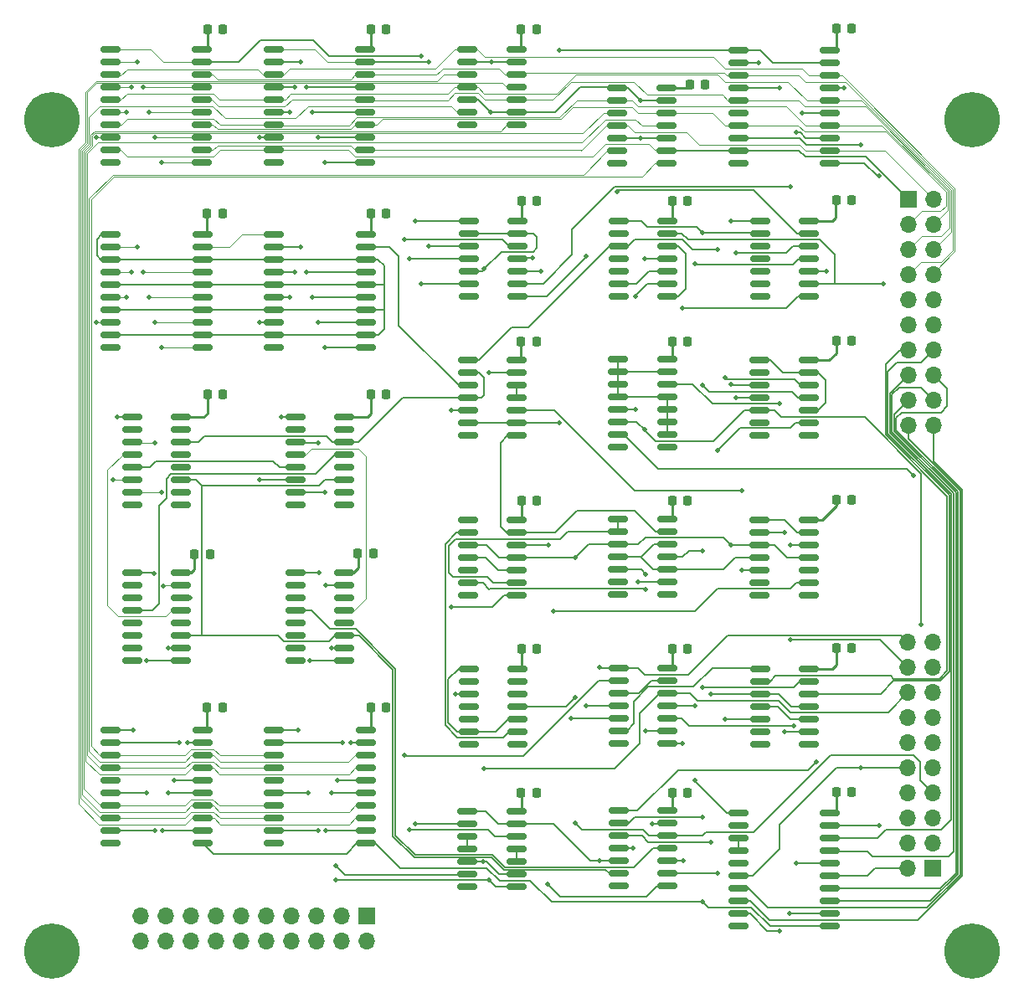
<source format=gbr>
G04 #@! TF.GenerationSoftware,KiCad,Pcbnew,(6.0.5)*
G04 #@! TF.CreationDate,2022-08-31T18:01:14+02:00*
G04 #@! TF.ProjectId,B1,42312e6b-6963-4616-945f-706362585858,rev?*
G04 #@! TF.SameCoordinates,Original*
G04 #@! TF.FileFunction,Copper,L1,Top*
G04 #@! TF.FilePolarity,Positive*
%FSLAX46Y46*%
G04 Gerber Fmt 4.6, Leading zero omitted, Abs format (unit mm)*
G04 Created by KiCad (PCBNEW (6.0.5)) date 2022-08-31 18:01:14*
%MOMM*%
%LPD*%
G01*
G04 APERTURE LIST*
G04 Aperture macros list*
%AMRoundRect*
0 Rectangle with rounded corners*
0 $1 Rounding radius*
0 $2 $3 $4 $5 $6 $7 $8 $9 X,Y pos of 4 corners*
0 Add a 4 corners polygon primitive as box body*
4,1,4,$2,$3,$4,$5,$6,$7,$8,$9,$2,$3,0*
0 Add four circle primitives for the rounded corners*
1,1,$1+$1,$2,$3*
1,1,$1+$1,$4,$5*
1,1,$1+$1,$6,$7*
1,1,$1+$1,$8,$9*
0 Add four rect primitives between the rounded corners*
20,1,$1+$1,$2,$3,$4,$5,0*
20,1,$1+$1,$4,$5,$6,$7,0*
20,1,$1+$1,$6,$7,$8,$9,0*
20,1,$1+$1,$8,$9,$2,$3,0*%
G04 Aperture macros list end*
G04 #@! TA.AperFunction,SMDPad,CuDef*
%ADD10RoundRect,0.225000X-0.225000X-0.250000X0.225000X-0.250000X0.225000X0.250000X-0.225000X0.250000X0*%
G04 #@! TD*
G04 #@! TA.AperFunction,SMDPad,CuDef*
%ADD11RoundRect,0.150000X-0.825000X-0.150000X0.825000X-0.150000X0.825000X0.150000X-0.825000X0.150000X0*%
G04 #@! TD*
G04 #@! TA.AperFunction,SMDPad,CuDef*
%ADD12RoundRect,0.150000X-0.875000X-0.150000X0.875000X-0.150000X0.875000X0.150000X-0.875000X0.150000X0*%
G04 #@! TD*
G04 #@! TA.AperFunction,ComponentPad*
%ADD13C,5.600000*%
G04 #@! TD*
G04 #@! TA.AperFunction,ComponentPad*
%ADD14R,1.700000X1.700000*%
G04 #@! TD*
G04 #@! TA.AperFunction,ComponentPad*
%ADD15O,1.700000X1.700000*%
G04 #@! TD*
G04 #@! TA.AperFunction,ViaPad*
%ADD16C,0.500000*%
G04 #@! TD*
G04 #@! TA.AperFunction,Conductor*
%ADD17C,0.127000*%
G04 #@! TD*
G04 #@! TA.AperFunction,Conductor*
%ADD18C,0.254000*%
G04 #@! TD*
G04 #@! TA.AperFunction,Conductor*
%ADD19C,0.090000*%
G04 #@! TD*
G04 APERTURE END LIST*
D10*
X150837600Y-79349600D03*
X152387600Y-79349600D03*
X135623000Y-66421000D03*
X137173000Y-66421000D03*
X182689200Y-124968000D03*
X184239200Y-124968000D03*
X150825200Y-47828200D03*
X152375200Y-47828200D03*
D11*
X160651420Y-81150600D03*
X160651420Y-82420600D03*
X160651420Y-83690600D03*
X160651420Y-84960600D03*
X160651420Y-86230600D03*
X160651420Y-87500600D03*
X160651420Y-88770600D03*
X160651420Y-90040600D03*
X165601420Y-90040600D03*
X165601420Y-88770600D03*
X165601420Y-87500600D03*
X165601420Y-86230600D03*
X165601420Y-84960600D03*
X165601420Y-83690600D03*
X165601420Y-82420600D03*
X165601420Y-81150600D03*
D10*
X135648400Y-47828200D03*
X137198400Y-47828200D03*
D11*
X111511411Y-87009200D03*
X111511411Y-88279200D03*
X111511411Y-89549200D03*
X111511411Y-90819200D03*
X111511411Y-92089200D03*
X111511411Y-93359200D03*
X111511411Y-94629200D03*
X111511411Y-95899200D03*
X116461411Y-95899200D03*
X116461411Y-94629200D03*
X116461411Y-93359200D03*
X116461411Y-92089200D03*
X116461411Y-90819200D03*
X116461411Y-89549200D03*
X116461411Y-88279200D03*
X116461411Y-87009200D03*
D10*
X166128400Y-110464600D03*
X167678400Y-110464600D03*
X135648400Y-84709000D03*
X137198400Y-84709000D03*
D12*
X125846411Y-68536700D03*
X125846411Y-69806700D03*
X125846411Y-71076700D03*
X125846411Y-72346700D03*
X125846411Y-73616700D03*
X125846411Y-74886700D03*
X125846411Y-76156700D03*
X125846411Y-77426700D03*
X125846411Y-78696700D03*
X125846411Y-79966700D03*
X135146411Y-79966700D03*
X135146411Y-78696700D03*
X135146411Y-77426700D03*
X135146411Y-76156700D03*
X135146411Y-74886700D03*
X135146411Y-73616700D03*
X135146411Y-72346700D03*
X135146411Y-71076700D03*
X135146411Y-69806700D03*
X135146411Y-68536700D03*
D10*
X119113000Y-47828200D03*
X120663000Y-47828200D03*
D11*
X175011411Y-112473074D03*
X175011411Y-113743074D03*
X175011411Y-115013074D03*
X175011411Y-116283074D03*
X175011411Y-117553074D03*
X175011411Y-118823074D03*
X175011411Y-120093074D03*
X179961411Y-120093074D03*
X179961411Y-118823074D03*
X179961411Y-117553074D03*
X179961411Y-116283074D03*
X179961411Y-115013074D03*
X179961411Y-113743074D03*
X179961411Y-112473074D03*
D13*
X196406802Y-56930538D03*
D12*
X172785611Y-49911000D03*
X172785611Y-51181000D03*
X172785611Y-52451000D03*
X172785611Y-53721000D03*
X172785611Y-54991000D03*
X172785611Y-56261000D03*
X172785611Y-57531000D03*
X172785611Y-58801000D03*
X172785611Y-60071000D03*
X172785611Y-61341000D03*
X182085611Y-61341000D03*
X182085611Y-60071000D03*
X182085611Y-58801000D03*
X182085611Y-57531000D03*
X182085611Y-56261000D03*
X182085611Y-54991000D03*
X182085611Y-53721000D03*
X182085611Y-52451000D03*
X182085611Y-51181000D03*
X182085611Y-49911000D03*
D10*
X182689200Y-110388400D03*
X184239200Y-110388400D03*
X119087600Y-116382800D03*
X120637600Y-116382800D03*
D13*
X103406802Y-56930538D03*
D10*
X150837600Y-125044200D03*
X152387600Y-125044200D03*
X135623000Y-116382800D03*
X137173000Y-116382800D03*
X119087600Y-66421000D03*
X120637600Y-66421000D03*
D11*
X128021411Y-87009200D03*
X128021411Y-88279200D03*
X128021411Y-89549200D03*
X128021411Y-90819200D03*
X128021411Y-92089200D03*
X128021411Y-93359200D03*
X128021411Y-94629200D03*
X128021411Y-95899200D03*
X132971411Y-95899200D03*
X132971411Y-94629200D03*
X132971411Y-93359200D03*
X132971411Y-92089200D03*
X132971411Y-90819200D03*
X132971411Y-89549200D03*
X132971411Y-88279200D03*
X132971411Y-87009200D03*
D10*
X182689200Y-79273400D03*
X184239200Y-79273400D03*
D13*
X196406802Y-141055538D03*
D12*
X125846411Y-118694200D03*
X125846411Y-119964200D03*
X125846411Y-121234200D03*
X125846411Y-122504200D03*
X125846411Y-123774200D03*
X125846411Y-125044200D03*
X125846411Y-126314200D03*
X125846411Y-127584200D03*
X125846411Y-128854200D03*
X125846411Y-130124200D03*
X135146411Y-130124200D03*
X135146411Y-128854200D03*
X135146411Y-127584200D03*
X135146411Y-126314200D03*
X135146411Y-125044200D03*
X135146411Y-123774200D03*
X135146411Y-122504200D03*
X135146411Y-121234200D03*
X135146411Y-119964200D03*
X135146411Y-118694200D03*
D11*
X160567600Y-53721000D03*
X160567600Y-54991000D03*
X160567600Y-56261000D03*
X160567600Y-57531000D03*
X160567600Y-58801000D03*
X160567600Y-60071000D03*
X160567600Y-61341000D03*
X165517600Y-61341000D03*
X165517600Y-60071000D03*
X165517600Y-58801000D03*
X165517600Y-57531000D03*
X165517600Y-56261000D03*
X165517600Y-54991000D03*
X165517600Y-53721000D03*
D14*
X190000000Y-65000000D03*
D15*
X192540000Y-65000000D03*
X190000000Y-67540000D03*
X192540000Y-67540000D03*
X190000000Y-70080000D03*
X192540000Y-70080000D03*
X190000000Y-72620000D03*
X192540000Y-72620000D03*
X190000000Y-75160000D03*
X192540000Y-75160000D03*
X190000000Y-77700000D03*
X192540000Y-77700000D03*
X190000000Y-80240000D03*
X192540000Y-80240000D03*
X190000000Y-82780000D03*
X192540000Y-82780000D03*
X190000000Y-85320000D03*
X192540000Y-85320000D03*
X190000000Y-87860000D03*
X192540000Y-87860000D03*
D10*
X134327600Y-100838000D03*
X135877600Y-100838000D03*
X167881000Y-53416200D03*
X169431000Y-53416200D03*
D11*
X175011411Y-67178179D03*
X175011411Y-68448179D03*
X175011411Y-69718179D03*
X175011411Y-70988179D03*
X175011411Y-72258179D03*
X175011411Y-73528179D03*
X175011411Y-74798179D03*
X179961411Y-74798179D03*
X179961411Y-73528179D03*
X179961411Y-72258179D03*
X179961411Y-70988179D03*
X179961411Y-69718179D03*
X179961411Y-68448179D03*
X179961411Y-67178179D03*
X174960611Y-97434400D03*
X174960611Y-98704400D03*
X174960611Y-99974400D03*
X174960611Y-101244400D03*
X174960611Y-102514400D03*
X174960611Y-103784400D03*
X174960611Y-105054400D03*
X179910611Y-105054400D03*
X179910611Y-103784400D03*
X179910611Y-102514400D03*
X179910611Y-101244400D03*
X179910611Y-99974400D03*
X179910611Y-98704400D03*
X179910611Y-97434400D03*
X145469581Y-81254600D03*
X145469581Y-82524600D03*
X145469581Y-83794600D03*
X145469581Y-85064600D03*
X145469581Y-86334600D03*
X145469581Y-87604600D03*
X145469581Y-88874600D03*
X150419581Y-88874600D03*
X150419581Y-87604600D03*
X150419581Y-86334600D03*
X150419581Y-85064600D03*
X150419581Y-83794600D03*
X150419581Y-82524600D03*
X150419581Y-81254600D03*
D10*
X150850600Y-95504000D03*
X152400600Y-95504000D03*
D11*
X160702220Y-67178179D03*
X160702220Y-68448179D03*
X160702220Y-69718179D03*
X160702220Y-70988179D03*
X160702220Y-72258179D03*
X160702220Y-73528179D03*
X160702220Y-74798179D03*
X165652220Y-74798179D03*
X165652220Y-73528179D03*
X165652220Y-72258179D03*
X165652220Y-70988179D03*
X165652220Y-69718179D03*
X165652220Y-68448179D03*
X165652220Y-67178179D03*
D14*
X192500000Y-132660000D03*
D15*
X189960000Y-132660000D03*
X192500000Y-130120000D03*
X189960000Y-130120000D03*
X192500000Y-127580000D03*
X189960000Y-127580000D03*
X192500000Y-125040000D03*
X189960000Y-125040000D03*
X192500000Y-122500000D03*
X189960000Y-122500000D03*
X192500000Y-119960000D03*
X189960000Y-119960000D03*
X192500000Y-117420000D03*
X189960000Y-117420000D03*
X192500000Y-114880000D03*
X189960000Y-114880000D03*
X192500000Y-112340000D03*
X189960000Y-112340000D03*
X192500000Y-109800000D03*
X189960000Y-109800000D03*
D13*
X103406802Y-141055538D03*
D10*
X182689200Y-95427800D03*
X184239200Y-95427800D03*
D11*
X160702220Y-126822200D03*
X160702220Y-128092200D03*
X160702220Y-129362200D03*
X160702220Y-130632200D03*
X160702220Y-131902200D03*
X160702220Y-133172200D03*
X160702220Y-134442200D03*
X165652220Y-134442200D03*
X165652220Y-133172200D03*
X165652220Y-131902200D03*
X165652220Y-130632200D03*
X165652220Y-129362200D03*
X165652220Y-128092200D03*
X165652220Y-126822200D03*
D10*
X166128400Y-125044200D03*
X167678400Y-125044200D03*
D11*
X145411161Y-49846000D03*
X145411161Y-51116000D03*
X145411161Y-52386000D03*
X145411161Y-53656000D03*
X145411161Y-54926000D03*
X145411161Y-56196000D03*
X145411161Y-57466000D03*
X150361161Y-57466000D03*
X150361161Y-56196000D03*
X150361161Y-54926000D03*
X150361161Y-53656000D03*
X150361161Y-52386000D03*
X150361161Y-51116000D03*
X150361161Y-49846000D03*
X174960611Y-81254600D03*
X174960611Y-82524600D03*
X174960611Y-83794600D03*
X174960611Y-85064600D03*
X174960611Y-86334600D03*
X174960611Y-87604600D03*
X174960611Y-88874600D03*
X179910611Y-88874600D03*
X179910611Y-87604600D03*
X179910611Y-86334600D03*
X179910611Y-85064600D03*
X179910611Y-83794600D03*
X179910611Y-82524600D03*
X179910611Y-81254600D03*
D12*
X172785611Y-127076200D03*
X172785611Y-128346200D03*
X172785611Y-129616200D03*
X172785611Y-130886200D03*
X172785611Y-132156200D03*
X172785611Y-133426200D03*
X172785611Y-134696200D03*
X172785611Y-135966200D03*
X172785611Y-137236200D03*
X172785611Y-138506200D03*
X182085611Y-138506200D03*
X182085611Y-137236200D03*
X182085611Y-135966200D03*
X182085611Y-134696200D03*
X182085611Y-133426200D03*
X182085611Y-132156200D03*
X182085611Y-130886200D03*
X182085611Y-129616200D03*
X182085611Y-128346200D03*
X182085611Y-127076200D03*
X109336411Y-118694200D03*
X109336411Y-119964200D03*
X109336411Y-121234200D03*
X109336411Y-122504200D03*
X109336411Y-123774200D03*
X109336411Y-125044200D03*
X109336411Y-126314200D03*
X109336411Y-127584200D03*
X109336411Y-128854200D03*
X109336411Y-130124200D03*
X118636411Y-130124200D03*
X118636411Y-128854200D03*
X118636411Y-127584200D03*
X118636411Y-126314200D03*
X118636411Y-125044200D03*
X118636411Y-123774200D03*
X118636411Y-122504200D03*
X118636411Y-121234200D03*
X118636411Y-119964200D03*
X118636411Y-118694200D03*
D10*
X117817600Y-100863400D03*
X119367600Y-100863400D03*
D11*
X160651420Y-97345400D03*
X160651420Y-98615400D03*
X160651420Y-99885400D03*
X160651420Y-101155400D03*
X160651420Y-102425400D03*
X160651420Y-103695400D03*
X160651420Y-104965400D03*
X165601420Y-104965400D03*
X165601420Y-103695400D03*
X165601420Y-102425400D03*
X165601420Y-101155400D03*
X165601420Y-99885400D03*
X165601420Y-98615400D03*
X165601420Y-97345400D03*
X145469581Y-97434400D03*
X145469581Y-98704400D03*
X145469581Y-99974400D03*
X145469581Y-101244400D03*
X145469581Y-102514400D03*
X145469581Y-103784400D03*
X145469581Y-105054400D03*
X150419581Y-105054400D03*
X150419581Y-103784400D03*
X150419581Y-102514400D03*
X150419581Y-101244400D03*
X150419581Y-99974400D03*
X150419581Y-98704400D03*
X150419581Y-97434400D03*
X111511411Y-102761700D03*
X111511411Y-104031700D03*
X111511411Y-105301700D03*
X111511411Y-106571700D03*
X111511411Y-107841700D03*
X111511411Y-109111700D03*
X111511411Y-110381700D03*
X111511411Y-111651700D03*
X116461411Y-111651700D03*
X116461411Y-110381700D03*
X116461411Y-109111700D03*
X116461411Y-107841700D03*
X116461411Y-106571700D03*
X116461411Y-105301700D03*
X116461411Y-104031700D03*
X116461411Y-102761700D03*
D10*
X166128400Y-79349600D03*
X167678400Y-79349600D03*
D11*
X145520381Y-112473074D03*
X145520381Y-113743074D03*
X145520381Y-115013074D03*
X145520381Y-116283074D03*
X145520381Y-117553074D03*
X145520381Y-118823074D03*
X145520381Y-120093074D03*
X150470381Y-120093074D03*
X150470381Y-118823074D03*
X150470381Y-117553074D03*
X150470381Y-116283074D03*
X150470381Y-115013074D03*
X150470381Y-113743074D03*
X150470381Y-112473074D03*
D12*
X125795611Y-49860200D03*
X125795611Y-51130200D03*
X125795611Y-52400200D03*
X125795611Y-53670200D03*
X125795611Y-54940200D03*
X125795611Y-56210200D03*
X125795611Y-57480200D03*
X125795611Y-58750200D03*
X125795611Y-60020200D03*
X125795611Y-61290200D03*
X135095611Y-61290200D03*
X135095611Y-60020200D03*
X135095611Y-58750200D03*
X135095611Y-57480200D03*
X135095611Y-56210200D03*
X135095611Y-54940200D03*
X135095611Y-53670200D03*
X135095611Y-52400200D03*
X135095611Y-51130200D03*
X135095611Y-49860200D03*
D14*
X135200000Y-137500000D03*
D15*
X135200000Y-140040000D03*
X132660000Y-137500000D03*
X132660000Y-140040000D03*
X130120000Y-137500000D03*
X130120000Y-140040000D03*
X127580000Y-137500000D03*
X127580000Y-140040000D03*
X125040000Y-137500000D03*
X125040000Y-140040000D03*
X122500000Y-137500000D03*
X122500000Y-140040000D03*
X119960000Y-137500000D03*
X119960000Y-140040000D03*
X117420000Y-137500000D03*
X117420000Y-140040000D03*
X114880000Y-137500000D03*
X114880000Y-140040000D03*
X112340000Y-137500000D03*
X112340000Y-140040000D03*
D11*
X160702220Y-112384074D03*
X160702220Y-113654074D03*
X160702220Y-114924074D03*
X160702220Y-116194074D03*
X160702220Y-117464074D03*
X160702220Y-118734074D03*
X160702220Y-120004074D03*
X165652220Y-120004074D03*
X165652220Y-118734074D03*
X165652220Y-117464074D03*
X165652220Y-116194074D03*
X165652220Y-114924074D03*
X165652220Y-113654074D03*
X165652220Y-112384074D03*
X145411161Y-126911200D03*
X145411161Y-128181200D03*
X145411161Y-129451200D03*
X145411161Y-130721200D03*
X145411161Y-131991200D03*
X145411161Y-133261200D03*
X145411161Y-134531200D03*
X150361161Y-134531200D03*
X150361161Y-133261200D03*
X150361161Y-131991200D03*
X150361161Y-130721200D03*
X150361161Y-129451200D03*
X150361161Y-128181200D03*
X150361161Y-126911200D03*
D10*
X119113000Y-84709000D03*
X120663000Y-84709000D03*
X182689200Y-65049400D03*
X184239200Y-65049400D03*
X182689200Y-47752000D03*
X184239200Y-47752000D03*
X166128400Y-65125600D03*
X167678400Y-65125600D03*
D12*
X109336411Y-68536700D03*
X109336411Y-69806700D03*
X109336411Y-71076700D03*
X109336411Y-72346700D03*
X109336411Y-73616700D03*
X109336411Y-74886700D03*
X109336411Y-76156700D03*
X109336411Y-77426700D03*
X109336411Y-78696700D03*
X109336411Y-79966700D03*
X118636411Y-79966700D03*
X118636411Y-78696700D03*
X118636411Y-77426700D03*
X118636411Y-76156700D03*
X118636411Y-74886700D03*
X118636411Y-73616700D03*
X118636411Y-72346700D03*
X118636411Y-71076700D03*
X118636411Y-69806700D03*
X118636411Y-68536700D03*
D11*
X145520381Y-67178179D03*
X145520381Y-68448179D03*
X145520381Y-69718179D03*
X145520381Y-70988179D03*
X145520381Y-72258179D03*
X145520381Y-73528179D03*
X145520381Y-74798179D03*
X150470381Y-74798179D03*
X150470381Y-73528179D03*
X150470381Y-72258179D03*
X150470381Y-70988179D03*
X150470381Y-69718179D03*
X150470381Y-68448179D03*
X150470381Y-67178179D03*
X128021411Y-102761700D03*
X128021411Y-104031700D03*
X128021411Y-105301700D03*
X128021411Y-106571700D03*
X128021411Y-107841700D03*
X128021411Y-109111700D03*
X128021411Y-110381700D03*
X128021411Y-111651700D03*
X132971411Y-111651700D03*
X132971411Y-110381700D03*
X132971411Y-109111700D03*
X132971411Y-107841700D03*
X132971411Y-106571700D03*
X132971411Y-105301700D03*
X132971411Y-104031700D03*
X132971411Y-102761700D03*
D10*
X150850600Y-65125600D03*
X152400600Y-65125600D03*
X166128400Y-95504000D03*
X167678400Y-95504000D03*
X150850600Y-110464600D03*
X152400600Y-110464600D03*
D12*
X109285611Y-49860200D03*
X109285611Y-51130200D03*
X109285611Y-52400200D03*
X109285611Y-53670200D03*
X109285611Y-54940200D03*
X109285611Y-56210200D03*
X109285611Y-57480200D03*
X109285611Y-58750200D03*
X109285611Y-60020200D03*
X109285611Y-61290200D03*
X118585611Y-61290200D03*
X118585611Y-60020200D03*
X118585611Y-58750200D03*
X118585611Y-57480200D03*
X118585611Y-56210200D03*
X118585611Y-54940200D03*
X118585611Y-53670200D03*
X118585611Y-52400200D03*
X118585611Y-51130200D03*
X118585611Y-49860200D03*
D16*
X170688000Y-70104000D03*
X170688000Y-90424000D03*
X170726100Y-133184900D03*
X183484520Y-53723540D03*
X144190720Y-115034060D03*
X190500000Y-92964000D03*
X156276040Y-101244400D03*
X156319220Y-115333780D03*
X172044360Y-83705700D03*
X156278580Y-128074420D03*
X172041820Y-67190620D03*
X172044360Y-99974400D03*
X185155840Y-59451240D03*
X185195620Y-122501660D03*
X187004100Y-62636400D03*
X187004100Y-128310640D03*
X163370260Y-70965060D03*
X191315340Y-108038900D03*
X163360100Y-88313260D03*
X147111720Y-72034400D03*
X147030340Y-131991200D03*
X147091400Y-122547380D03*
X178020980Y-137215880D03*
X178026060Y-99992180D03*
X178026060Y-109507020D03*
X179224940Y-56250840D03*
X178026060Y-63700660D03*
X158757620Y-112354360D03*
X187424060Y-73550780D03*
X158767780Y-131902200D03*
X119075200Y-66421000D03*
X182676800Y-95453200D03*
X175641000Y-101219000D03*
X166141400Y-110464600D03*
X119126000Y-84683600D03*
X175691800Y-72263000D03*
X128701800Y-107848400D03*
X182702200Y-47777400D03*
X135610600Y-47802800D03*
X150850600Y-110439200D03*
X146202400Y-116281200D03*
X175666400Y-116281200D03*
X166116000Y-125044200D03*
X119072660Y-116400580D03*
X150799800Y-47777400D03*
X161358580Y-68463160D03*
X182676800Y-65074800D03*
X127347980Y-92102940D03*
X166141400Y-95529400D03*
X149758400Y-102514400D03*
X175590200Y-81254600D03*
X117805200Y-100863400D03*
X135636000Y-84683600D03*
X182676800Y-79248000D03*
X146126200Y-97434400D03*
X179273200Y-102514400D03*
X150850600Y-125044200D03*
X167868600Y-53416200D03*
X134340600Y-100863400D03*
X175641000Y-97434400D03*
X150850600Y-65125600D03*
X182702200Y-124993400D03*
X150850600Y-95529400D03*
X119100600Y-47828200D03*
X150850600Y-79375000D03*
X135636000Y-116382800D03*
X149809200Y-113741200D03*
X166116000Y-65100200D03*
X161371280Y-70970140D03*
X112166400Y-107848400D03*
X135636000Y-66446400D03*
X146177000Y-113741200D03*
X173487080Y-129626360D03*
X182702200Y-110363000D03*
X166166800Y-79349600D03*
X175666400Y-69723000D03*
X184251600Y-110363000D03*
X146174460Y-74797920D03*
X137185400Y-66421000D03*
X175691800Y-120116600D03*
X167690800Y-110464600D03*
X146126200Y-105054400D03*
X169418000Y-53416200D03*
X146131280Y-82529680D03*
X110058200Y-130124200D03*
X110827820Y-95879920D03*
X161391600Y-120015000D03*
X173507400Y-56261000D03*
X128701800Y-111633000D03*
X152400000Y-110490000D03*
X146177000Y-120116600D03*
X135890000Y-100863400D03*
X117322600Y-105308400D03*
X175641000Y-88849200D03*
X120650000Y-47853600D03*
X184277000Y-124993400D03*
X112166400Y-111633000D03*
X146100800Y-57454800D03*
X161366200Y-134442200D03*
X110083600Y-71069200D03*
X126593600Y-79984600D03*
X119405400Y-100863400D03*
X133687419Y-105300589D03*
X137185400Y-116382800D03*
X167690800Y-125044200D03*
X120624600Y-66421000D03*
X127347980Y-95912940D03*
X149783800Y-115011200D03*
X175691800Y-74777600D03*
X146149060Y-88882220D03*
X152425400Y-65125600D03*
X110032800Y-79959200D03*
X161264600Y-104952800D03*
X175615600Y-82550000D03*
X173507400Y-61341000D03*
X167690800Y-65125600D03*
X109905800Y-61290200D03*
X161356040Y-74790300D03*
X173507400Y-138506200D03*
X167690800Y-95529400D03*
X167690800Y-79349600D03*
X152400000Y-125044200D03*
X161239200Y-61366400D03*
X126492000Y-61290200D03*
X184226200Y-95453200D03*
X184277000Y-79273400D03*
X184251600Y-65074800D03*
X137210800Y-84734400D03*
X152400000Y-95529400D03*
X120675400Y-116357400D03*
X146100800Y-134518400D03*
X161315400Y-90043000D03*
X184251600Y-47752000D03*
X152400000Y-79375000D03*
X152374600Y-47802800D03*
X164922200Y-82397600D03*
X120675400Y-84709000D03*
X137185400Y-47777400D03*
X126593600Y-130124200D03*
X175641000Y-105029000D03*
X139573000Y-70993000D03*
X139573000Y-128778000D03*
X140131800Y-67183000D03*
X140131800Y-128193800D03*
X139047220Y-121231660D03*
X139047220Y-69088000D03*
X169155110Y-83811110D03*
X169148760Y-135994140D03*
X169153840Y-68351400D03*
X169155110Y-127478790D03*
X169155110Y-100544630D03*
X169155110Y-114349530D03*
X167126920Y-75996800D03*
X147788400Y-56196000D03*
X147804100Y-51116000D03*
X162938460Y-58801000D03*
X162943540Y-54991000D03*
X141478000Y-69723000D03*
X141478000Y-51130200D03*
X140716000Y-73533000D03*
X140690600Y-50495200D03*
X168394380Y-71534020D03*
X168424860Y-116179600D03*
X168404540Y-123723400D03*
X152003760Y-70929500D03*
X154703780Y-49913540D03*
X176971960Y-85686900D03*
X176971960Y-138960860D03*
X176974500Y-53715920D03*
X178429060Y-118234460D03*
X178625500Y-132130800D03*
X178625500Y-58226960D03*
X132123180Y-132410200D03*
X128244600Y-118694200D03*
X173164500Y-94444820D03*
X173184820Y-102489000D03*
X111582200Y-118694200D03*
X147574000Y-133847840D03*
X147566380Y-82522060D03*
X132123180Y-133835140D03*
X131101469Y-104038520D03*
X131076069Y-128854320D03*
X130326769Y-128856860D03*
X130357249Y-102776140D03*
X131685669Y-125044320D03*
X131660269Y-110388520D03*
X129457980Y-111633120D03*
X129272669Y-125044320D03*
X132441634Y-88257380D03*
X132238434Y-123766580D03*
X126554869Y-86995120D03*
X126554869Y-123774320D03*
X160525460Y-64226440D03*
X154686000Y-87571580D03*
X155849320Y-117457220D03*
X133489069Y-94640520D03*
X133616069Y-119964320D03*
X132983480Y-95899320D03*
X132803269Y-119964320D03*
X114681000Y-104089200D03*
X114554000Y-128854200D03*
X113741200Y-102819200D03*
X113804700Y-128856740D03*
X115138200Y-110388400D03*
X115163600Y-125044200D03*
X112928400Y-125044200D03*
X112935911Y-111633000D03*
X115951000Y-88265000D03*
X115747800Y-123774200D03*
X110032800Y-86995000D03*
X110032800Y-123774200D03*
X117094000Y-119964200D03*
X116967000Y-94640400D03*
X116461411Y-95899200D03*
X116281200Y-119964200D03*
X162399980Y-74782680D03*
X162399980Y-86230460D03*
X181711600Y-72229980D03*
X180685440Y-121846340D03*
X128633434Y-104046020D03*
X128557234Y-69804280D03*
X128557234Y-51137820D03*
X128684020Y-105305860D03*
X129171069Y-72346940D03*
X129171069Y-53644920D03*
X129696849Y-56215400D03*
X129707009Y-74874240D03*
X128714500Y-109111820D03*
X127977269Y-72339320D03*
X127977269Y-53644920D03*
X128033480Y-110381820D03*
X127443869Y-74904720D03*
X127443869Y-56210320D03*
X127398780Y-88277700D03*
X130316609Y-77414240D03*
X130316609Y-89588460D03*
X130316609Y-58752860D03*
X124393669Y-77417120D03*
X124393669Y-58755833D03*
X124395869Y-93370520D03*
X130982089Y-61297940D03*
X130982089Y-79969480D03*
X130964309Y-94645600D03*
X112014000Y-69796660D03*
X112014000Y-51130200D03*
X112090200Y-104038400D03*
X112090200Y-105308400D03*
X112649000Y-72346820D03*
X112649000Y-53644800D03*
X113174780Y-56215280D03*
X112166400Y-109110780D03*
X113184940Y-74874120D03*
X111511411Y-110381700D03*
X111455200Y-72339200D03*
X111455200Y-53644800D03*
X110921800Y-74904600D03*
X111070700Y-88279200D03*
X110921800Y-56210200D03*
X113794540Y-77414120D03*
X113794540Y-89588340D03*
X113794540Y-58752740D03*
X107871600Y-58755713D03*
X107871600Y-77417000D03*
X109550200Y-93370400D03*
X114442240Y-94645480D03*
X114460020Y-79969360D03*
X114460020Y-61297820D03*
X172544740Y-70413880D03*
X172532040Y-85054440D03*
X163400740Y-118734840D03*
X163400740Y-104404160D03*
X153532840Y-134254240D03*
X153558240Y-99974400D03*
X164068760Y-128120140D03*
X163451540Y-102918260D03*
X162153600Y-130637280D03*
X162659060Y-103647240D03*
X170027600Y-115003580D03*
X170035220Y-129997200D03*
X177472340Y-98696780D03*
X177459640Y-118818660D03*
X167190420Y-131899660D03*
X167172640Y-120009920D03*
X143758920Y-86332060D03*
X143779240Y-106243120D03*
X157391100Y-116205000D03*
X157426660Y-70777100D03*
X154129740Y-106657140D03*
X152796240Y-72275700D03*
X171447460Y-117551200D03*
X171447460Y-83060540D03*
X174876460Y-51181000D03*
D17*
X170688000Y-90424000D02*
X172974000Y-88138000D01*
X161675821Y-69718179D02*
X160702220Y-69718179D01*
X170688000Y-70104000D02*
X168148000Y-70104000D01*
X170726100Y-133184900D02*
X165664920Y-133184900D01*
X159799020Y-69720460D02*
X151569420Y-77950060D01*
X149842220Y-77950060D02*
X146537680Y-81254600D01*
X178587400Y-87604600D02*
X179910611Y-87604600D01*
X151569420Y-77950060D02*
X149842220Y-77950060D01*
X172974000Y-88138000D02*
X178054000Y-88138000D01*
X160410841Y-69720460D02*
X159799020Y-69720460D01*
X168148000Y-70104000D02*
X167132000Y-69088000D01*
X162306000Y-69088000D02*
X161675821Y-69718179D01*
X160413122Y-69718179D02*
X160410841Y-69720460D01*
X167132000Y-69088000D02*
X162306000Y-69088000D01*
X178054000Y-88138000D02*
X178587400Y-87604600D01*
X160702220Y-69718179D02*
X160413122Y-69718179D01*
X146537680Y-81254600D02*
X145469581Y-81254600D01*
X185863720Y-133426200D02*
X186629920Y-132660000D01*
X182085611Y-133426200D02*
X185863720Y-133426200D01*
X183484520Y-53723540D02*
X182088151Y-53723540D01*
X182088151Y-53723540D02*
X182085611Y-53721000D01*
X186629920Y-132660000D02*
X189376440Y-132660000D01*
X144190720Y-115034060D02*
X145499395Y-115034060D01*
X145499395Y-115034060D02*
X145520381Y-115013074D01*
X189819280Y-92283280D02*
X190500000Y-92964000D01*
X161208860Y-88770600D02*
X164721540Y-92283280D01*
X183052720Y-92283280D02*
X189819280Y-92283280D01*
X164721540Y-92283280D02*
X183052720Y-92283280D01*
X160651420Y-88770600D02*
X161208860Y-88770600D01*
X174960611Y-99974400D02*
X176463960Y-99974400D01*
X163766500Y-129362200D02*
X163151820Y-128747520D01*
X169534840Y-128965960D02*
X174360840Y-128965960D01*
X177733960Y-101244400D02*
X179910611Y-101244400D01*
X174960611Y-83794600D02*
X172133260Y-83794600D01*
X169138600Y-129362200D02*
X169534840Y-128965960D01*
X171254420Y-99184460D02*
X172044360Y-99974400D01*
X145469581Y-99974400D02*
X147312380Y-99974400D01*
X191203720Y-121917600D02*
X191203720Y-123743720D01*
X162689640Y-99885400D02*
X163390580Y-99184460D01*
X172133260Y-83794600D02*
X172044360Y-83705700D01*
X156951680Y-128747520D02*
X156278580Y-128074420D01*
X163151820Y-128747520D02*
X156951680Y-128747520D01*
X150419581Y-101244400D02*
X156276040Y-101244400D01*
X172044360Y-99974400D02*
X174960611Y-99974400D01*
X176463960Y-99974400D02*
X177733960Y-101244400D01*
X155369926Y-116283074D02*
X150470381Y-116283074D01*
X156301440Y-101244400D02*
X157660440Y-99885400D01*
X182107840Y-121218960D02*
X190505080Y-121218960D01*
X174360840Y-128965960D02*
X182107840Y-121218960D01*
X156276040Y-101244400D02*
X156301440Y-101244400D01*
X172041820Y-67190620D02*
X174998970Y-67190620D01*
X160651420Y-99885400D02*
X162689640Y-99885400D01*
X191203720Y-123743720D02*
X192500000Y-125040000D01*
X148582380Y-101244400D02*
X150419581Y-101244400D01*
X163390580Y-99184460D02*
X171254420Y-99184460D01*
X157660440Y-99885400D02*
X160651420Y-99885400D01*
X165652220Y-129362200D02*
X169138600Y-129362200D01*
X147312380Y-99974400D02*
X148582380Y-101244400D01*
X156319220Y-115333780D02*
X155369926Y-116283074D01*
X190505080Y-121218960D02*
X191203720Y-121917600D01*
X174998970Y-67190620D02*
X175011411Y-67178179D01*
X165652220Y-129362200D02*
X163766500Y-129362200D01*
X176961800Y-130726180D02*
X174261780Y-133426200D01*
X185195620Y-122501660D02*
X185197280Y-122500000D01*
X179677060Y-59451240D02*
X179026820Y-58801000D01*
X179026820Y-58801000D02*
X172785611Y-58801000D01*
X185195620Y-122501660D02*
X182727600Y-122501660D01*
X182727600Y-122501660D02*
X176961800Y-128267460D01*
X174261780Y-133426200D02*
X172785611Y-133426200D01*
X176961800Y-128267460D02*
X176961800Y-130726180D01*
X185197280Y-122500000D02*
X189960000Y-122500000D01*
X185155840Y-59451240D02*
X179677060Y-59451240D01*
X185536840Y-61330840D02*
X182095771Y-61330840D01*
X186842400Y-62636400D02*
X185536840Y-61330840D01*
X182095771Y-61330840D02*
X182085611Y-61341000D01*
X186968540Y-128346200D02*
X182085611Y-128346200D01*
X187004100Y-62636400D02*
X186842400Y-62636400D01*
X187004100Y-128310640D02*
X186968540Y-128346200D01*
X163360100Y-88348820D02*
X164475160Y-89463880D01*
X163334420Y-88313260D02*
X162521760Y-87500600D01*
X163360100Y-88313260D02*
X163334420Y-88313260D01*
X191315340Y-92753180D02*
X191315340Y-108038900D01*
X170258740Y-89463880D02*
X173388020Y-86334600D01*
X164475160Y-89463880D02*
X170258740Y-89463880D01*
X173388020Y-86334600D02*
X174960611Y-86334600D01*
X162521760Y-87500600D02*
X160651420Y-87500600D01*
X165652220Y-70988179D02*
X163393379Y-70988179D01*
X176456340Y-86334600D02*
X177157380Y-87035640D01*
X177157380Y-87035640D02*
X185597800Y-87035640D01*
X163360100Y-88313260D02*
X163360100Y-88348820D01*
X163393379Y-70988179D02*
X163370260Y-70965060D01*
X174960611Y-86334600D02*
X176456340Y-86334600D01*
X185597800Y-87035640D02*
X191315340Y-92753180D01*
X160319720Y-122547380D02*
X147091400Y-122547380D01*
X165652220Y-114924074D02*
X164856926Y-114924074D01*
X148854160Y-70291960D02*
X152049480Y-70291960D01*
X147030340Y-131991200D02*
X147317560Y-131991200D01*
X152417780Y-69923660D02*
X152417780Y-68811140D01*
X145520381Y-72258179D02*
X146887941Y-72258179D01*
X147111720Y-72034400D02*
X148854160Y-70291960D01*
X145520381Y-68448179D02*
X150470381Y-68448179D01*
X168667430Y-115721130D02*
X167870374Y-114924074D01*
X148587560Y-133261200D02*
X150361161Y-133261200D01*
X168667430Y-115721130D02*
X168668506Y-115720054D01*
X152417780Y-68811140D02*
X152054819Y-68448179D01*
X152049480Y-70291960D02*
X152417780Y-69923660D01*
X187974600Y-116865400D02*
X178051460Y-116865400D01*
X146887941Y-72258179D02*
X147111720Y-72034400D01*
X152054819Y-68448179D02*
X150470381Y-68448179D01*
X176906114Y-115720054D02*
X178051460Y-116865400D01*
X167870374Y-114924074D02*
X165652220Y-114924074D01*
X189960000Y-114880000D02*
X187974600Y-116865400D01*
X164856926Y-114924074D02*
X162816540Y-116964460D01*
X147317560Y-131991200D02*
X148587560Y-133261200D01*
X168668506Y-115720054D02*
X176906114Y-115720054D01*
X162816540Y-120050560D02*
X160319720Y-122547380D01*
X145411161Y-131991200D02*
X147030340Y-131991200D01*
X162816540Y-116964460D02*
X162816540Y-120050560D01*
X155971240Y-70614540D02*
X155971240Y-68008500D01*
X182085611Y-56261000D02*
X179235100Y-56261000D01*
X178043840Y-99974400D02*
X179910611Y-99974400D01*
X178041300Y-137236200D02*
X182085611Y-137236200D01*
X178018440Y-63708280D02*
X178026060Y-63700660D01*
X160271460Y-63708280D02*
X178018440Y-63708280D01*
X178036220Y-109517180D02*
X178026060Y-109507020D01*
X153057601Y-73528179D02*
X155971240Y-70614540D01*
X150470381Y-73528179D02*
X153057601Y-73528179D01*
X155971240Y-68008500D02*
X160271460Y-63708280D01*
X187137180Y-109517180D02*
X178036220Y-109517180D01*
X179235100Y-56261000D02*
X179224940Y-56250840D01*
X178020980Y-137215880D02*
X178041300Y-137236200D01*
X178026060Y-99992180D02*
X178043840Y-99974400D01*
X189960000Y-112340000D02*
X187137180Y-109517180D01*
X167706040Y-69065140D02*
X167089079Y-68448179D01*
X171744640Y-109085380D02*
X187449460Y-109085380D01*
X167751760Y-113078260D02*
X171744640Y-109085380D01*
X181048660Y-69065140D02*
X167706040Y-69065140D01*
X145411161Y-126911200D02*
X147231200Y-126911200D01*
X181393841Y-73528179D02*
X182549800Y-73528179D01*
X158767780Y-131902200D02*
X160702220Y-131902200D01*
X182549800Y-70566280D02*
X181048660Y-69065140D01*
X187449460Y-109085380D02*
X189245380Y-109085380D01*
X147231200Y-126911200D02*
X148501200Y-128181200D01*
X179961411Y-73528179D02*
X181393841Y-73528179D01*
X148501200Y-128181200D02*
X150361161Y-128181200D01*
X167089079Y-68448179D02*
X165652220Y-68448179D01*
X162678614Y-112384074D02*
X163372800Y-113078260D01*
X163372800Y-113078260D02*
X167751760Y-113078260D01*
X187401459Y-73528179D02*
X187424060Y-73550780D01*
X181393841Y-73528179D02*
X185841899Y-73528179D01*
X160702220Y-112384074D02*
X158787334Y-112384074D01*
X158787334Y-112384074D02*
X158757620Y-112354360D01*
X160702220Y-112384074D02*
X162678614Y-112384074D01*
X157850840Y-131902200D02*
X158767780Y-131902200D01*
X189245380Y-109085380D02*
X189960000Y-109800000D01*
X150361161Y-128181200D02*
X154129840Y-128181200D01*
X154129840Y-128181200D02*
X157850840Y-131902200D01*
X185841899Y-73528179D02*
X187401459Y-73528179D01*
X182549800Y-73528179D02*
X182549800Y-70566280D01*
X195447180Y-133375277D02*
X195447179Y-94381562D01*
X174030640Y-135966200D02*
X175938180Y-137873740D01*
X192540000Y-91474382D02*
X192540000Y-87860000D01*
X175938180Y-137873740D02*
X190948718Y-137873740D01*
X195447179Y-94381562D02*
X192540000Y-91474382D01*
X190948718Y-137873740D02*
X195447180Y-133375277D01*
X172785611Y-135966200D02*
X174030640Y-135966200D01*
X172785611Y-134696200D02*
X173873160Y-134696200D01*
X195230660Y-133285592D02*
X195230660Y-94471248D01*
X175816260Y-136639300D02*
X191876952Y-136639300D01*
X190000000Y-89240588D02*
X190000000Y-87860000D01*
X190000000Y-89240588D02*
X195230660Y-94471248D01*
X173873160Y-134696200D02*
X175816260Y-136639300D01*
X191876952Y-136639300D02*
X195230660Y-133285592D01*
X182113551Y-130914140D02*
X185849380Y-130914140D01*
X192540000Y-85320000D02*
X191260980Y-84040980D01*
X194581100Y-94740308D02*
X194581100Y-130908606D01*
X189045226Y-84040980D02*
X188341200Y-84745006D01*
X188341200Y-88500406D02*
X194581100Y-94740308D01*
X188341200Y-84745006D02*
X188341200Y-88500406D01*
X186370080Y-131434840D02*
X194054866Y-131434840D01*
X194054866Y-131434840D02*
X194581100Y-130908606D01*
X185849380Y-130914140D02*
X186370080Y-131434840D01*
X191260980Y-84040980D02*
X189045226Y-84040980D01*
X194797620Y-133106220D02*
X193207640Y-134696200D01*
X188557720Y-88410720D02*
X194797620Y-94650623D01*
X193207640Y-134696200D02*
X182085611Y-134696200D01*
X194797620Y-133106220D02*
X194797621Y-94650623D01*
X188557720Y-86762280D02*
X188557720Y-88410720D01*
X190000000Y-85320000D02*
X188557720Y-86762280D01*
X192243846Y-135966200D02*
X182085611Y-135966200D01*
X195014140Y-133195906D02*
X192243846Y-135966200D01*
X188774240Y-87072300D02*
X188774240Y-88321034D01*
X195014140Y-94560934D02*
X195014140Y-133195906D01*
X188774240Y-88321034D02*
X195014140Y-94560934D01*
X193893440Y-84133440D02*
X193893440Y-85930740D01*
X193281300Y-86542880D02*
X189303660Y-86542880D01*
X192540000Y-82780000D02*
X193893440Y-84133440D01*
X193893440Y-85930740D02*
X193281300Y-86542880D01*
X189303660Y-86542880D02*
X188774240Y-87072300D01*
X188124680Y-84655320D02*
X190000000Y-82780000D01*
X194364580Y-94829993D02*
X188124680Y-88590092D01*
X187706000Y-128778000D02*
X193294000Y-128778000D01*
X194364580Y-127707420D02*
X194364580Y-94829993D01*
X182085611Y-129616200D02*
X186867800Y-129616200D01*
X186867800Y-129616200D02*
X187706000Y-128778000D01*
X188124680Y-88590092D02*
X188124680Y-84655320D01*
X193294000Y-128778000D02*
X194364580Y-127707420D01*
X188493400Y-113708180D02*
X193186185Y-113708180D01*
X187188506Y-115013074D02*
X188493400Y-113708180D01*
X187908160Y-88679777D02*
X187908160Y-82454520D01*
X188851540Y-81511140D02*
X191268860Y-81511140D01*
X194148060Y-94919678D02*
X187908160Y-88679777D01*
X187908160Y-82454520D02*
X188851540Y-81511140D01*
X194148060Y-112746305D02*
X194148060Y-94919678D01*
X193186185Y-113708180D02*
X194148060Y-112746305D01*
X179961411Y-115013074D02*
X187188506Y-115013074D01*
X191268860Y-81511140D02*
X192540000Y-80240000D01*
X189127000Y-80240000D02*
X190000000Y-80240000D01*
X187691640Y-81675360D02*
X189127000Y-80240000D01*
X193931540Y-112656620D02*
X193931540Y-95009364D01*
X176550320Y-113207800D02*
X188236860Y-113207800D01*
X193096500Y-113491660D02*
X193931540Y-112656620D01*
X188520720Y-113491660D02*
X193096500Y-113491660D01*
X175011411Y-113743074D02*
X176015046Y-113743074D01*
X176015046Y-113743074D02*
X176550320Y-113207800D01*
X188236860Y-113207800D02*
X188520720Y-113491660D01*
X193931540Y-95009364D02*
X187691640Y-88769462D01*
X187691640Y-88769462D02*
X187691640Y-81675360D01*
X177266600Y-82524600D02*
X179910611Y-82524600D01*
D18*
X119087600Y-68364400D02*
X119087600Y-66421000D01*
D17*
X147289520Y-101244400D02*
X148559520Y-102514400D01*
X176806194Y-116283074D02*
X175011411Y-116283074D01*
X162974120Y-101155400D02*
X162974120Y-101206400D01*
D18*
X166128400Y-67033158D02*
X166128400Y-65125600D01*
X179961411Y-112473074D02*
X182293926Y-112473074D01*
D17*
X180873400Y-86334600D02*
X179910611Y-86334600D01*
X113926620Y-91462860D02*
X125757940Y-91462860D01*
D18*
X182702200Y-127025400D02*
X182702200Y-124993400D01*
D17*
X181610000Y-85598000D02*
X180873400Y-86334600D01*
X125757940Y-91462860D02*
X126384280Y-92089200D01*
X162974120Y-101155400D02*
X164244120Y-99885400D01*
D18*
X165517600Y-53721000D02*
X167563800Y-53721000D01*
X182293926Y-112473074D02*
X182689200Y-112077800D01*
X166141400Y-97332600D02*
X166141400Y-95529400D01*
X117456300Y-102761700D02*
X117817600Y-102400400D01*
X165991400Y-81150600D02*
X166166800Y-80975200D01*
D17*
X160651420Y-101155400D02*
X162974120Y-101155400D01*
D18*
X118756200Y-87009200D02*
X119126000Y-86639400D01*
D17*
X164244120Y-99885400D02*
X165601420Y-99885400D01*
X172785611Y-129616200D02*
X172785611Y-130886200D01*
D18*
X179961411Y-67178179D02*
X182326021Y-67178179D01*
X166128400Y-112283948D02*
X166128400Y-110464600D01*
D17*
X148559520Y-102514400D02*
X150419581Y-102514400D01*
X164193120Y-102425400D02*
X165601420Y-102425400D01*
D18*
X182689200Y-95986900D02*
X182689200Y-95427800D01*
X182689200Y-80531000D02*
X182689200Y-79273400D01*
D17*
X174960611Y-81254600D02*
X175996600Y-81254600D01*
X145469581Y-101244400D02*
X147289520Y-101244400D01*
D18*
X182702200Y-49606200D02*
X182702200Y-47777400D01*
X182689200Y-112077800D02*
X182689200Y-110388400D01*
X150850600Y-67122558D02*
X150850600Y-65125600D01*
X150850600Y-126898400D02*
X150850600Y-125044200D01*
X135623000Y-118579600D02*
X135623000Y-116382800D01*
D17*
X174960611Y-97434400D02*
X177467260Y-97434400D01*
D18*
X181965600Y-81254600D02*
X182689200Y-80531000D01*
D17*
X113300280Y-92089200D02*
X113926620Y-91462860D01*
X126384280Y-92089200D02*
X128021411Y-92089200D01*
D18*
X166128400Y-126809200D02*
X166128400Y-125044200D01*
D17*
X172483780Y-101244400D02*
X174960611Y-101244400D01*
D18*
X135648400Y-86652400D02*
X135648400Y-84709000D01*
X135291600Y-87009200D02*
X135648400Y-86652400D01*
X179910611Y-97434400D02*
X181241700Y-97434400D01*
X150850600Y-112420400D02*
X150850600Y-110464600D01*
X135331200Y-49911000D02*
X135648400Y-49593800D01*
X150837600Y-81165400D02*
X150837600Y-79349600D01*
D17*
X175996600Y-81254600D02*
X177266600Y-82524600D01*
D18*
X119126000Y-86639400D02*
X119126000Y-84683600D01*
X150850600Y-97383600D02*
X150850600Y-95529400D01*
X150825200Y-49758600D02*
X150825200Y-47828200D01*
X119113000Y-49619200D02*
X119113000Y-47828200D01*
D17*
X171302780Y-102425400D02*
X172483780Y-101244400D01*
X178737260Y-98704400D02*
X179910611Y-98704400D01*
X177467260Y-97434400D02*
X178737260Y-98704400D01*
D18*
X116461411Y-87009200D02*
X118756200Y-87009200D01*
X181241700Y-97434400D02*
X182689200Y-95986900D01*
X134340600Y-102260400D02*
X134340600Y-100863400D01*
X133864700Y-102736300D02*
X134340600Y-102260400D01*
D17*
X178076194Y-117553074D02*
X176806194Y-116283074D01*
D18*
X135636000Y-68503800D02*
X135636000Y-66446400D01*
D17*
X180822600Y-82524600D02*
X181610000Y-83312000D01*
X181610000Y-83312000D02*
X181610000Y-85598000D01*
D18*
X179910611Y-81254600D02*
X181965600Y-81254600D01*
X132971411Y-87009200D02*
X135291600Y-87009200D01*
X135648400Y-49593800D02*
X135648400Y-47828200D01*
D17*
X179910611Y-82524600D02*
X180822600Y-82524600D01*
D18*
X182676800Y-66827400D02*
X182676800Y-65074800D01*
X119072660Y-118686580D02*
X119072660Y-116400580D01*
X167563800Y-53721000D02*
X167868600Y-53416200D01*
D17*
X165601420Y-102425400D02*
X171302780Y-102425400D01*
D18*
X166166800Y-80975200D02*
X166166800Y-79349600D01*
D17*
X179961411Y-117553074D02*
X178076194Y-117553074D01*
X162974120Y-101206400D02*
X164193120Y-102425400D01*
D18*
X117817600Y-102400400D02*
X117817600Y-100863400D01*
X182326021Y-67178179D02*
X182676800Y-66827400D01*
D17*
X111511411Y-92089200D02*
X113300280Y-92089200D01*
D18*
X118821200Y-49911000D02*
X119113000Y-49619200D01*
D17*
X147050760Y-83017360D02*
X147050760Y-84800440D01*
X160651420Y-83690600D02*
X160651420Y-84960600D01*
X136961880Y-76144120D02*
X136961880Y-73621900D01*
X165601420Y-82420600D02*
X160651420Y-82420600D01*
X116461411Y-89549200D02*
X118227880Y-89549200D01*
X136961880Y-71683880D02*
X136429750Y-71151750D01*
X118636411Y-76156700D02*
X125846411Y-76156700D01*
X165601420Y-84960600D02*
X165601420Y-86230600D01*
D18*
X132971411Y-105301700D02*
X133686308Y-105301700D01*
D17*
X109336411Y-78696700D02*
X118636411Y-78696700D01*
X135146411Y-78696700D02*
X136382880Y-78696700D01*
X125846411Y-76156700D02*
X135146411Y-76156700D01*
X165601420Y-86230600D02*
X165601420Y-87500600D01*
X118636411Y-71076700D02*
X125846411Y-71076700D01*
X160651420Y-81150600D02*
X160651420Y-82420600D01*
D18*
X133686308Y-105301700D02*
X133687419Y-105300589D01*
D17*
X108302940Y-71076700D02*
X109336411Y-71076700D01*
X131178300Y-88935560D02*
X131791940Y-89549200D01*
X110083600Y-71069200D02*
X118628911Y-71069200D01*
X107922060Y-69014340D02*
X107922060Y-70695820D01*
X118227880Y-89549200D02*
X118841520Y-88935560D01*
X136382880Y-78696700D02*
X136961880Y-78117700D01*
X136354700Y-71076700D02*
X136429750Y-71151750D01*
X136961880Y-73621900D02*
X136961880Y-71683880D01*
X132971411Y-89549200D02*
X134394980Y-89549200D01*
X147050760Y-84800440D02*
X146786600Y-85064600D01*
X125846411Y-78696700D02*
X135146411Y-78696700D01*
X131791940Y-89549200D02*
X132971411Y-89549200D01*
X136961880Y-78117700D02*
X136961880Y-76144120D01*
X165601420Y-87500600D02*
X165601420Y-88770600D01*
X145469581Y-82524600D02*
X146558000Y-82524600D01*
X125846411Y-71076700D02*
X135146411Y-71076700D01*
X125846411Y-73616700D02*
X135146411Y-73616700D01*
X107922060Y-70695820D02*
X108302940Y-71076700D01*
X135146411Y-76156700D02*
X136949300Y-76156700D01*
X146558000Y-82524600D02*
X147050760Y-83017360D01*
X135146411Y-73616700D02*
X136956680Y-73616700D01*
X160651420Y-82420600D02*
X160651420Y-83690600D01*
X109336411Y-68536700D02*
X108399700Y-68536700D01*
X118841520Y-88935560D02*
X131178300Y-88935560D01*
X134394980Y-89549200D02*
X138879580Y-85064600D01*
X135146411Y-71076700D02*
X136354700Y-71076700D01*
X109336411Y-76156700D02*
X118636411Y-76156700D01*
X160651420Y-84960600D02*
X165601420Y-84960600D01*
X109336411Y-73616700D02*
X118636411Y-73616700D01*
X136949300Y-76156700D02*
X136961880Y-76144120D01*
X146786600Y-85064600D02*
X145469581Y-85064600D01*
X108399700Y-68536700D02*
X107922060Y-69014340D01*
X138879580Y-85064600D02*
X145469581Y-85064600D01*
X118628911Y-71069200D02*
X118636411Y-71076700D01*
X118636411Y-78696700D02*
X125846411Y-78696700D01*
X136956680Y-73616700D02*
X136961880Y-73621900D01*
X118636411Y-73616700D02*
X125846411Y-73616700D01*
D19*
X179933600Y-52451000D02*
X183286400Y-52451000D01*
X110972600Y-51841400D02*
X124180600Y-51841400D01*
X147128720Y-50557920D02*
X170268120Y-50557920D01*
X125795611Y-52400200D02*
X126873000Y-52400200D01*
X144133800Y-49846000D02*
X145411161Y-49846000D01*
X192616080Y-72331200D02*
X194699600Y-70247679D01*
X109336411Y-52451000D02*
X110363000Y-52451000D01*
X183286400Y-52451000D02*
X194699600Y-63864200D01*
X126873000Y-52400200D02*
X127457200Y-51816000D01*
X179273200Y-51790600D02*
X179933600Y-52451000D01*
X170268120Y-50557920D02*
X171500800Y-51790600D01*
X142163800Y-51816000D02*
X144133800Y-49846000D01*
X171500800Y-51790600D02*
X179273200Y-51790600D01*
X146416800Y-49846000D02*
X147128720Y-50557920D01*
X110363000Y-52451000D02*
X110972600Y-51841400D01*
X124180600Y-51841400D02*
X124739400Y-52400200D01*
X127457200Y-51816000D02*
X142163800Y-51816000D01*
X145411161Y-49846000D02*
X146416800Y-49846000D01*
X124739400Y-52400200D02*
X125795611Y-52400200D01*
X194699600Y-63864200D02*
X194699600Y-70247679D01*
X171653200Y-52451000D02*
X172785611Y-52451000D01*
X133611660Y-52862440D02*
X134073900Y-52400200D01*
X194520080Y-70173320D02*
X194520080Y-63962272D01*
X194520080Y-63962272D02*
X183669208Y-53111400D01*
X183669208Y-53111400D02*
X179552600Y-53111400D01*
X150948760Y-52168160D02*
X171370360Y-52168160D01*
X172974000Y-52451000D02*
X178892200Y-52451000D01*
X142925800Y-51765200D02*
X148564600Y-51765200D01*
X120121640Y-52862440D02*
X133611660Y-52862440D01*
X190000000Y-72620000D02*
X191271400Y-71348600D01*
X193344800Y-71348600D02*
X194520080Y-70173320D01*
X148564600Y-51765200D02*
X149185400Y-52386000D01*
X191271400Y-71348600D02*
X193344800Y-71348600D01*
X171370360Y-52168160D02*
X171653200Y-52451000D01*
X150901400Y-52120800D02*
X150948760Y-52168160D01*
X142290800Y-52400200D02*
X142636240Y-52054760D01*
X135095611Y-52400200D02*
X142290800Y-52400200D01*
X134073900Y-52400200D02*
X135095611Y-52400200D01*
X118585611Y-52400200D02*
X119659400Y-52400200D01*
X150636200Y-52386000D02*
X150901400Y-52120800D01*
X149185400Y-52386000D02*
X150361161Y-52386000D01*
X179552600Y-53111400D02*
X178892200Y-52451000D01*
X142636240Y-52054760D02*
X142925800Y-51765200D01*
X119659400Y-52400200D02*
X120121640Y-52862440D01*
X143405400Y-54356000D02*
X144105400Y-53656000D01*
X177850800Y-53111400D02*
X171450000Y-53111400D01*
X110972600Y-54330600D02*
X119735600Y-54330600D01*
X146467600Y-53656000D02*
X145411161Y-53656000D01*
X109285611Y-54940200D02*
X110363000Y-54940200D01*
X120345200Y-54940200D02*
X125795611Y-54940200D01*
X144105400Y-53656000D02*
X145411161Y-53656000D01*
X110363000Y-54940200D02*
X110972600Y-54330600D01*
X125795611Y-54940200D02*
X126972060Y-54940200D01*
X147116800Y-54305200D02*
X146467600Y-53656000D01*
X119735600Y-54330600D02*
X120345200Y-54940200D01*
X194340560Y-64036632D02*
X194340560Y-68279440D01*
X156364240Y-52347680D02*
X154406720Y-54305200D01*
X126972060Y-54940200D02*
X127556260Y-54356000D01*
X194340560Y-68279440D02*
X192540000Y-70080000D01*
X170686280Y-52347680D02*
X156364240Y-52347680D01*
X179730400Y-54991000D02*
X177850800Y-53111400D01*
X171450000Y-53111400D02*
X170686280Y-52347680D01*
X182085611Y-54991000D02*
X179730400Y-54991000D01*
X127556260Y-54356000D02*
X143405400Y-54356000D01*
X185294928Y-54991000D02*
X194340560Y-64036632D01*
X182085611Y-54991000D02*
X185294928Y-54991000D01*
X154406720Y-54305200D02*
X147116800Y-54305200D01*
X171196000Y-54432200D02*
X171754800Y-54991000D01*
X134035800Y-54991000D02*
X143433800Y-54991000D01*
X173075600Y-54991000D02*
X178892200Y-54991000D01*
X119583200Y-54940200D02*
X120269000Y-55626000D01*
X147153400Y-54926000D02*
X150361161Y-54926000D01*
X179501800Y-55600600D02*
X178892200Y-54991000D01*
X120269000Y-55626000D02*
X126969520Y-55626000D01*
X144145000Y-54279800D02*
X146507200Y-54279800D01*
X194161040Y-67890760D02*
X194161040Y-64110992D01*
X154039800Y-54926000D02*
X155854400Y-53111400D01*
X150361161Y-54926000D02*
X154039800Y-54926000D01*
X194161040Y-64110992D02*
X185650648Y-55600600D01*
X185650648Y-55600600D02*
X179501800Y-55600600D01*
X171754800Y-54991000D02*
X172785611Y-54991000D01*
X163576000Y-54432200D02*
X171196000Y-54432200D01*
X155854400Y-53111400D02*
X162255200Y-53111400D01*
X143433800Y-54991000D02*
X144145000Y-54279800D01*
X118585611Y-54940200D02*
X119583200Y-54940200D01*
X126969520Y-55626000D02*
X127655320Y-54940200D01*
X191322200Y-68757800D02*
X193294000Y-68757800D01*
X146507200Y-54279800D02*
X147153400Y-54926000D01*
X127655320Y-54940200D02*
X135095611Y-54940200D01*
X162255200Y-53111400D02*
X163576000Y-54432200D01*
X193294000Y-68757800D02*
X194161040Y-67890760D01*
X190000000Y-70080000D02*
X191322200Y-68757800D01*
X109285611Y-57480200D02*
X110388400Y-57480200D01*
X156438600Y-54991000D02*
X160567600Y-54991000D01*
X187327168Y-57531000D02*
X193981520Y-64185352D01*
X125846411Y-57531000D02*
X133406240Y-57531000D01*
X160567600Y-54991000D02*
X162052000Y-54991000D01*
X134241720Y-56695520D02*
X154734080Y-56695520D01*
X111023400Y-56845200D02*
X119735600Y-56845200D01*
X120370600Y-57480200D02*
X125795611Y-57480200D01*
X154734080Y-56695520D02*
X156438600Y-54991000D01*
X193981520Y-64185352D02*
X193981520Y-66098480D01*
X133406240Y-57531000D02*
X134241720Y-56695520D01*
X177673000Y-55575200D02*
X179628800Y-57531000D01*
X193981520Y-66098480D02*
X192540000Y-67540000D01*
X162052000Y-54991000D02*
X162636200Y-55575200D01*
X179628800Y-57531000D02*
X187327168Y-57531000D01*
X162636200Y-55575200D02*
X177673000Y-55575200D01*
X110388400Y-57480200D02*
X111023400Y-56845200D01*
X119735600Y-56845200D02*
X120370600Y-57480200D01*
X118585611Y-57480200D02*
X119684800Y-57480200D01*
X136850760Y-56875040D02*
X154833960Y-56875040D01*
X162026600Y-55651400D02*
X162636200Y-56261000D01*
X187706000Y-58166000D02*
X193802000Y-64262000D01*
X172974000Y-57531000D02*
X178841400Y-57531000D01*
X162636200Y-56261000D02*
X165517600Y-56261000D01*
X191322200Y-66217800D02*
X190000000Y-67540000D01*
X134035800Y-57480200D02*
X135095611Y-57480200D01*
X119684800Y-57480200D02*
X120119320Y-57914720D01*
X136245600Y-57480200D02*
X136850760Y-56875040D01*
X156057600Y-55651400D02*
X162026600Y-55651400D01*
X178841400Y-57531000D02*
X179476400Y-58166000D01*
X193802000Y-64262000D02*
X193802000Y-65659000D01*
X179476400Y-58166000D02*
X187706000Y-58166000D01*
X154833960Y-56875040D02*
X156057600Y-55651400D01*
X171500800Y-57531000D02*
X170230800Y-56261000D01*
X165517600Y-56261000D02*
X170230800Y-56261000D01*
X193243200Y-66217800D02*
X191322200Y-66217800D01*
X193802000Y-65659000D02*
X193243200Y-66217800D01*
X120119320Y-57914720D02*
X133601280Y-57914720D01*
X172785611Y-57531000D02*
X171500800Y-57531000D01*
X133601280Y-57914720D02*
X134035800Y-57480200D01*
X135095611Y-57480200D02*
X136245600Y-57480200D01*
X156921200Y-60071000D02*
X159461200Y-57531000D01*
X168833800Y-59486800D02*
X167538400Y-58191400D01*
X179578000Y-60071000D02*
X187611000Y-60071000D01*
X134035800Y-60020200D02*
X135095611Y-60020200D01*
X161620200Y-57531000D02*
X160567600Y-57531000D01*
X118585611Y-60020200D02*
X119684800Y-60020200D01*
X133601280Y-59585680D02*
X134035800Y-60020200D01*
X167538400Y-58191400D02*
X162280600Y-58191400D01*
X162280600Y-58191400D02*
X161620200Y-57531000D01*
X192540000Y-65000000D02*
X187611000Y-60071000D01*
X160567600Y-57531000D02*
X159461200Y-57531000D01*
X135095611Y-60020200D02*
X156972000Y-60020200D01*
X179578000Y-60071000D02*
X178993800Y-59486800D01*
X119684800Y-60020200D02*
X120119320Y-59585680D01*
X120119320Y-59585680D02*
X133601280Y-59585680D01*
X178993800Y-59486800D02*
X168833800Y-59486800D01*
D17*
X165655800Y-60071000D02*
X178917600Y-60071000D01*
D19*
X165441400Y-59994800D02*
X164338000Y-59994800D01*
X133375400Y-60020200D02*
X125795611Y-60020200D01*
X163779200Y-59436000D02*
X159359600Y-59436000D01*
X134035800Y-60680600D02*
X133375400Y-60020200D01*
X120421400Y-60020200D02*
X125795611Y-60020200D01*
D17*
X185724800Y-60706000D02*
X179552600Y-60706000D01*
D19*
X110998000Y-60680600D02*
X119761000Y-60680600D01*
X109285611Y-60020200D02*
X110337600Y-60020200D01*
X159359600Y-59436000D02*
X158115000Y-60680600D01*
D17*
X190000000Y-64981200D02*
X185724800Y-60706000D01*
D19*
X110337600Y-60020200D02*
X110998000Y-60680600D01*
X119761000Y-60680600D02*
X120421400Y-60020200D01*
X158115000Y-60680600D02*
X134035800Y-60680600D01*
X164338000Y-59994800D02*
X163779200Y-59436000D01*
D17*
X179552600Y-60706000D02*
X178917600Y-60071000D01*
X139573000Y-70993000D02*
X145515560Y-70993000D01*
X150361161Y-129451200D02*
X148211640Y-129451200D01*
X147538440Y-128778000D02*
X139573000Y-128778000D01*
X148211640Y-129451200D02*
X147538440Y-128778000D01*
X140136621Y-67178179D02*
X140131800Y-67183000D01*
X140144400Y-128181200D02*
X140131800Y-128193800D01*
X145520381Y-67178179D02*
X140136621Y-67178179D01*
X145411161Y-128181200D02*
X140144400Y-128181200D01*
X149588479Y-69718179D02*
X148958300Y-69088000D01*
X148958300Y-69088000D02*
X139047220Y-69088000D01*
X151091900Y-121257060D02*
X139072620Y-121257060D01*
X139072620Y-121257060D02*
X139047220Y-121231660D01*
X158694886Y-113654074D02*
X151091900Y-121257060D01*
X160702220Y-113654074D02*
X158694886Y-113654074D01*
X169153840Y-68343780D02*
X168620440Y-67810380D01*
X169155110Y-100544630D02*
X167788590Y-100544630D01*
X138574780Y-132626100D02*
X136072880Y-130124200D01*
X160702220Y-128092200D02*
X161704020Y-128092200D01*
X178790600Y-85064600D02*
X178204893Y-84478893D01*
X179961411Y-113743074D02*
X179004626Y-113743074D01*
X169133520Y-127500380D02*
X169155110Y-127478790D01*
X162295840Y-127500380D02*
X169133520Y-127500380D01*
X151851360Y-133969760D02*
X151851360Y-133944360D01*
X179004626Y-113743074D02*
X178384200Y-114363500D01*
X151851360Y-133944360D02*
X148666200Y-133944360D01*
X133177280Y-131196080D02*
X134249160Y-130124200D01*
X169153840Y-68351400D02*
X174914632Y-68351400D01*
X178384200Y-114363500D02*
X169169080Y-114363500D01*
X169745660Y-136591040D02*
X174119540Y-136591040D01*
X169118280Y-136024620D02*
X153906220Y-136024620D01*
X118636411Y-130124200D02*
X119708291Y-131196080D01*
X174119540Y-136591040D02*
X176034700Y-138506200D01*
X169822893Y-84478893D02*
X169155110Y-83811110D01*
X176034700Y-138506200D02*
X182085611Y-138506200D01*
X161704020Y-128092200D02*
X162295840Y-127500380D01*
X148666200Y-133944360D02*
X147347940Y-132626100D01*
X174914632Y-68351400D02*
X175011411Y-68448179D01*
X163596320Y-67810380D02*
X162964119Y-67178179D01*
X167788590Y-100544630D02*
X167177820Y-101155400D01*
X168620440Y-67810380D02*
X163596320Y-67810380D01*
X119708291Y-131196080D02*
X133177280Y-131196080D01*
X167177820Y-101155400D02*
X165601420Y-101155400D01*
X169153840Y-68351400D02*
X169153840Y-68343780D01*
X162964119Y-67178179D02*
X160702220Y-67178179D01*
X178204893Y-84478893D02*
X169822893Y-84478893D01*
X153906220Y-136024620D02*
X151851360Y-133969760D01*
X169148760Y-135994140D02*
X169745660Y-136591040D01*
X147347940Y-132626100D02*
X138574780Y-132626100D01*
X134249160Y-130124200D02*
X135146411Y-130124200D01*
X179910611Y-85064600D02*
X178790600Y-85064600D01*
X169169080Y-114363500D02*
X169155110Y-114349530D01*
X169148760Y-135994140D02*
X169118280Y-136024620D01*
X145411161Y-54926000D02*
X146518400Y-54926000D01*
X156784720Y-53654280D02*
X160567600Y-53654280D01*
X160567600Y-58801000D02*
X162938460Y-58801000D01*
X177655220Y-75996800D02*
X167126920Y-75996800D01*
X154243000Y-56196000D02*
X156784720Y-53654280D01*
X145411161Y-51116000D02*
X147804100Y-51116000D01*
X162938460Y-58801000D02*
X165517600Y-58801000D01*
X147788400Y-56196000D02*
X150361161Y-56196000D01*
X161673540Y-53721000D02*
X162943540Y-54991000D01*
X162943540Y-54991000D02*
X165517600Y-54991000D01*
X147804100Y-51116000D02*
X150361161Y-51116000D01*
X178853841Y-74798179D02*
X177655220Y-75996800D01*
X146518400Y-54926000D02*
X147788400Y-56196000D01*
X150361161Y-56196000D02*
X154243000Y-56196000D01*
X179961411Y-74798179D02*
X178853841Y-74798179D01*
X160567600Y-53721000D02*
X161673540Y-53721000D01*
D19*
X110552000Y-90819200D02*
X109016800Y-92354400D01*
X114909600Y-107137200D02*
X115475100Y-106571700D01*
X109016800Y-106070400D02*
X110083600Y-107137200D01*
X110083600Y-107137200D02*
X114909600Y-107137200D01*
X109016800Y-92354400D02*
X109016800Y-106070400D01*
X115475100Y-106571700D02*
X116461411Y-106571700D01*
X111511411Y-90819200D02*
X110552000Y-90819200D01*
D17*
X141482821Y-69718179D02*
X141478000Y-69723000D01*
D19*
X129971800Y-49860200D02*
X131241800Y-51130200D01*
D17*
X141478000Y-51130200D02*
X135095611Y-51130200D01*
D19*
X125795611Y-49860200D02*
X129971800Y-49860200D01*
D17*
X145520381Y-69718179D02*
X141482821Y-69718179D01*
D19*
X131241800Y-51130200D02*
X135095611Y-51130200D01*
X109285611Y-49860200D02*
X113411000Y-49860200D01*
X113411000Y-49860200D02*
X114681000Y-51130200D01*
D17*
X140690600Y-50495200D02*
X131394200Y-50495200D01*
X140720821Y-73528179D02*
X140716000Y-73533000D01*
X145520381Y-73528179D02*
X140720821Y-73528179D01*
X124485400Y-48920400D02*
X122275600Y-51130200D01*
X131394200Y-50495200D02*
X129819400Y-48920400D01*
X122275600Y-51130200D02*
X118585611Y-51130200D01*
D19*
X114681000Y-51130200D02*
X118585611Y-51130200D01*
D17*
X129819400Y-48920400D02*
X124485400Y-48920400D01*
X113544700Y-106571700D02*
X114194889Y-105921511D01*
X114960400Y-93240860D02*
X115415060Y-92786200D01*
X131989600Y-90819200D02*
X132971411Y-90819200D01*
X130022600Y-92786200D02*
X131989600Y-90819200D01*
X111511411Y-106571700D02*
X113544700Y-106571700D01*
X114194889Y-105921511D02*
X114194889Y-95964711D01*
X114960400Y-95199200D02*
X114960400Y-93240860D01*
X114194889Y-95964711D02*
X114960400Y-95199200D01*
X115415060Y-92786200D02*
X130022600Y-92786200D01*
X148976080Y-132656580D02*
X147857680Y-131538180D01*
X117954020Y-93359200D02*
X116461411Y-93359200D01*
X137886020Y-112561086D02*
X134436634Y-109111700D01*
X116461411Y-109111700D02*
X118573900Y-109111700D01*
X130368040Y-93977460D02*
X118572280Y-93977460D01*
X118572280Y-109099920D02*
X118567200Y-109105000D01*
X159342440Y-132776580D02*
X149096081Y-132776580D01*
X118573900Y-109111700D02*
X126231300Y-109111700D01*
X132971411Y-93359200D02*
X130986300Y-93359200D01*
X147857680Y-131538180D02*
X140023480Y-131538180D01*
X132010500Y-109111700D02*
X132971411Y-109111700D01*
X137886020Y-129400720D02*
X137886020Y-112561086D01*
X134436634Y-109111700D02*
X132971411Y-109111700D01*
X118572280Y-93977460D02*
X118572280Y-109099920D01*
X130986300Y-93359200D02*
X130368040Y-93977460D01*
X131394200Y-109728000D02*
X132010500Y-109111700D01*
X118572280Y-93977460D02*
X117954020Y-93359200D01*
X126847600Y-109728000D02*
X131394200Y-109728000D01*
X149096081Y-132776580D02*
X148976080Y-132656580D01*
X159738060Y-133172200D02*
X159342440Y-132776580D01*
X118567200Y-109105000D02*
X118573900Y-109111700D01*
X140023480Y-131538180D02*
X137886020Y-129400720D01*
X126231300Y-109111700D02*
X126847600Y-109728000D01*
X160702220Y-133172200D02*
X159738060Y-133172200D01*
X140113166Y-131321660D02*
X138102540Y-129311034D01*
X162234880Y-132560060D02*
X149185766Y-132560060D01*
X138102540Y-129311034D02*
X138102540Y-112471400D01*
X131490720Y-108463080D02*
X129599340Y-106571700D01*
X134094220Y-108463080D02*
X131490720Y-108463080D01*
X129599340Y-106571700D02*
X128021411Y-106571700D01*
X138102540Y-112471400D02*
X134094220Y-108463080D01*
X149185766Y-132560060D02*
X147947366Y-131321660D01*
X147947366Y-131321660D02*
X140113166Y-131321660D01*
X164162740Y-130632200D02*
X162234880Y-132560060D01*
X165652220Y-130632200D02*
X164162740Y-130632200D01*
X165652220Y-116194074D02*
X168410386Y-116194074D01*
X168404540Y-123832620D02*
X171648120Y-127076200D01*
X178356260Y-71564500D02*
X178932581Y-70988179D01*
X168410386Y-116194074D02*
X168424860Y-116179600D01*
X168404540Y-123723400D02*
X168404540Y-123832620D01*
X178932581Y-70988179D02*
X179961411Y-70988179D01*
X168394380Y-71534020D02*
X168424860Y-71564500D01*
X171648120Y-127076200D02*
X172785611Y-127076200D01*
X168424860Y-71564500D02*
X178356260Y-71564500D01*
X151978360Y-70954900D02*
X150503660Y-70954900D01*
X154706320Y-49911000D02*
X154703780Y-49913540D01*
X172785611Y-49911000D02*
X154706320Y-49911000D01*
X176276000Y-51181000D02*
X175006000Y-49911000D01*
X152003760Y-70929500D02*
X151978360Y-70954900D01*
X182085611Y-51181000D02*
X176276000Y-51181000D01*
X150503660Y-70954900D02*
X150470381Y-70988179D01*
X175006000Y-49911000D02*
X172785611Y-49911000D01*
X173982380Y-137236200D02*
X175707040Y-138960860D01*
X176974500Y-53715920D02*
X172790691Y-53715920D01*
X170174920Y-85689440D02*
X176969420Y-85689440D01*
X172790691Y-53715920D02*
X172785611Y-53721000D01*
X176969420Y-85689440D02*
X176971960Y-85686900D01*
X168176080Y-83690600D02*
X170174920Y-85689440D01*
X165601420Y-83690600D02*
X168176080Y-83690600D01*
X175707040Y-138960860D02*
X176971960Y-138960860D01*
X172785611Y-137236200D02*
X173982380Y-137236200D01*
X179042060Y-58226960D02*
X179616100Y-58801000D01*
X179616100Y-58801000D02*
X182085611Y-58801000D01*
X167835580Y-118252240D02*
X167047414Y-117464074D01*
X178625500Y-58226960D02*
X179042060Y-58226960D01*
X167047414Y-117464074D02*
X165652220Y-117464074D01*
X178429060Y-118234460D02*
X178411280Y-118252240D01*
X178411280Y-118252240D02*
X167835580Y-118252240D01*
X182085611Y-132156200D02*
X178650900Y-132156200D01*
X178650900Y-132156200D02*
X178625500Y-132130800D01*
X128244600Y-118694200D02*
X125846411Y-118694200D01*
X132999480Y-133286500D02*
X145385861Y-133286500D01*
X132123180Y-132410200D02*
X132999480Y-133286500D01*
X174960611Y-102514400D02*
X173210220Y-102514400D01*
X162328860Y-94444820D02*
X154218640Y-86334600D01*
X173210220Y-102514400D02*
X173184820Y-102489000D01*
X154218640Y-86334600D02*
X150419581Y-86334600D01*
X173164500Y-94444820D02*
X162328860Y-94444820D01*
X147574000Y-133847840D02*
X148257360Y-134531200D01*
X150417041Y-82522060D02*
X150419581Y-82524600D01*
X147566380Y-82522060D02*
X150417041Y-82522060D01*
X148257360Y-134531200D02*
X150361161Y-134531200D01*
X132123180Y-133835140D02*
X132135880Y-133847840D01*
X132135880Y-133847840D02*
X147574000Y-133847840D01*
X111582200Y-118694200D02*
X109336411Y-118694200D01*
X135158480Y-128854320D02*
X131076069Y-128854320D01*
X131101469Y-104038520D02*
X132976780Y-104038520D01*
X130324229Y-128854320D02*
X130326769Y-128856860D01*
X125858480Y-128854320D02*
X130324229Y-128854320D01*
X130357249Y-102776140D02*
X128047800Y-102776140D01*
X131667089Y-110381700D02*
X131660269Y-110388520D01*
X132971411Y-110381700D02*
X131667089Y-110381700D01*
X135158480Y-125044320D02*
X131685669Y-125044320D01*
X125858480Y-125044320D02*
X129272669Y-125044320D01*
X129457980Y-111633120D02*
X132964780Y-111633120D01*
X135127045Y-123766580D02*
X132238434Y-123766580D01*
X126554869Y-86995120D02*
X128019280Y-86995120D01*
X155849320Y-117457220D02*
X156798272Y-117457220D01*
X150452601Y-87571580D02*
X150419581Y-87604600D01*
X156805126Y-117464074D02*
X160702220Y-117464074D01*
X156798272Y-117457220D02*
X156805126Y-117464074D01*
X178737519Y-68448179D02*
X179961411Y-68448179D01*
X160525460Y-64226440D02*
X160660080Y-64091820D01*
X145469581Y-87604600D02*
X150419581Y-87604600D01*
X160660080Y-64091820D02*
X174381160Y-64091820D01*
X154686000Y-87571580D02*
X150452601Y-87571580D01*
X174381160Y-64091820D02*
X178737519Y-68448179D01*
X135158480Y-119964320D02*
X133616069Y-119964320D01*
X125858480Y-119964320D02*
X132803269Y-119964320D01*
D19*
X114579400Y-104038400D02*
X116454711Y-104038400D01*
D17*
X118636411Y-128854200D02*
X114554000Y-128854200D01*
X109336411Y-128854200D02*
X113802160Y-128854200D01*
X113683700Y-102761700D02*
X113741200Y-102819200D01*
X113802160Y-128854200D02*
X113804700Y-128856740D01*
X111511411Y-102761700D02*
X113683700Y-102761700D01*
X115138200Y-110388400D02*
X116454711Y-110388400D01*
X118636411Y-125044200D02*
X115163600Y-125044200D01*
X109336411Y-125044200D02*
X112750600Y-125044200D01*
X112935911Y-111633000D02*
X116442711Y-111633000D01*
X118636411Y-123774200D02*
X115747800Y-123774200D01*
X110032800Y-86995000D02*
X111497211Y-86995000D01*
X118636411Y-119964200D02*
X117094000Y-119964200D01*
X109336411Y-119964200D02*
X116281200Y-119964200D01*
D19*
X133426200Y-128219200D02*
X134061200Y-127584200D01*
X106769020Y-59220220D02*
X106769020Y-54114580D01*
X106069500Y-59919740D02*
X106769020Y-59220220D01*
X142990800Y-52386000D02*
X145411161Y-52386000D01*
X107841640Y-53041960D02*
X142334840Y-53041960D01*
X119811800Y-127584200D02*
X120446800Y-128219200D01*
X142334840Y-53041960D02*
X142990800Y-52386000D01*
X120446800Y-128219200D02*
X133426200Y-128219200D01*
X106069500Y-126125340D02*
X106069500Y-59919740D01*
X117525800Y-127584200D02*
X116890800Y-128219200D01*
X118636411Y-127584200D02*
X117525800Y-127584200D01*
X108163360Y-128219200D02*
X106069500Y-126125340D01*
X106769020Y-54114580D02*
X107841640Y-53041960D01*
X134061200Y-127584200D02*
X135146411Y-127584200D01*
X118636411Y-127584200D02*
X119811800Y-127584200D01*
X116890800Y-128219200D02*
X108163360Y-128219200D01*
X106249020Y-59994100D02*
X106948540Y-59294579D01*
X106249020Y-125525080D02*
X106249020Y-59994100D01*
X120370600Y-127584200D02*
X125846411Y-127584200D01*
X109336411Y-127584200D02*
X116865400Y-127584200D01*
X107916000Y-53221480D02*
X148928680Y-53221480D01*
X116865400Y-127584200D02*
X117475000Y-126974600D01*
X148928680Y-53221480D02*
X149363200Y-53656000D01*
X108308140Y-127584200D02*
X106249020Y-125525080D01*
X149363200Y-53656000D02*
X150361161Y-53656000D01*
X106948540Y-59294579D02*
X106948540Y-54188940D01*
X119761000Y-126974600D02*
X120370600Y-127584200D01*
X106948540Y-54188940D02*
X107916000Y-53221480D01*
X117475000Y-126974600D02*
X119761000Y-126974600D01*
X109336411Y-127584200D02*
X108308140Y-127584200D01*
X107128060Y-59368940D02*
X107128060Y-56676540D01*
X144410200Y-56196000D02*
X145411161Y-56196000D01*
X129283460Y-55575200D02*
X143789400Y-55575200D01*
X116814600Y-126974600D02*
X108176060Y-126974600D01*
X134061200Y-126314200D02*
X135146411Y-126314200D01*
X120345200Y-126949200D02*
X133426200Y-126949200D01*
X108176060Y-126974600D02*
X106428540Y-125227080D01*
X120929400Y-56819800D02*
X128038860Y-56819800D01*
X118636411Y-126314200D02*
X119710200Y-126314200D01*
X119710200Y-126314200D02*
X120345200Y-126949200D01*
X117475000Y-126314200D02*
X116814600Y-126974600D01*
X108229400Y-55575200D02*
X119684800Y-55575200D01*
X119684800Y-55575200D02*
X120929400Y-56819800D01*
X107128060Y-56676540D02*
X108229400Y-55575200D01*
X106428540Y-125227080D02*
X106428540Y-60068460D01*
X118636411Y-126314200D02*
X117475000Y-126314200D01*
X128038860Y-56819800D02*
X129283460Y-55575200D01*
X133426200Y-126949200D02*
X134061200Y-126314200D01*
X143789400Y-55575200D02*
X144410200Y-56196000D01*
X106428540Y-60068460D02*
X107128060Y-59368940D01*
X107691560Y-58094240D02*
X107307580Y-58478220D01*
X106617240Y-60159280D02*
X107307580Y-59468940D01*
X120294400Y-126314200D02*
X125846411Y-126314200D01*
X108338620Y-126314200D02*
X106617240Y-124592820D01*
X148763360Y-58094240D02*
X107691560Y-58094240D01*
X149391600Y-57466000D02*
X148763360Y-58094240D01*
X109336411Y-126314200D02*
X116814600Y-126314200D01*
X117424200Y-125704600D02*
X119684800Y-125704600D01*
X119684800Y-125704600D02*
X120294400Y-126314200D01*
X116814600Y-126314200D02*
X117424200Y-125704600D01*
X107307580Y-58478220D02*
X107307580Y-59468940D01*
X109336411Y-126314200D02*
X108338620Y-126314200D01*
X150361161Y-57466000D02*
X149391600Y-57466000D01*
X106617240Y-124592820D02*
X106617240Y-60159280D01*
X107487100Y-59543300D02*
X106796760Y-60233641D01*
X116865400Y-123164600D02*
X117525800Y-122504200D01*
X159156400Y-56261000D02*
X157101720Y-58315680D01*
X106796760Y-121782760D02*
X108178600Y-123164600D01*
X120345200Y-123139200D02*
X133426200Y-123139200D01*
X157101720Y-58315680D02*
X107724000Y-58315680D01*
X134061200Y-122504200D02*
X135146411Y-122504200D01*
X119710200Y-122504200D02*
X120345200Y-123139200D01*
X106796760Y-60233641D02*
X106796760Y-121782760D01*
X133426200Y-123139200D02*
X134061200Y-122504200D01*
X160567600Y-56261000D02*
X159156400Y-56261000D01*
X108178600Y-123164600D02*
X116865400Y-123164600D01*
X118636411Y-122504200D02*
X119710200Y-122504200D01*
X107487100Y-58552580D02*
X107487100Y-59543300D01*
X117525800Y-122504200D02*
X118636411Y-122504200D01*
X107724000Y-58315680D02*
X107487100Y-58552580D01*
X120396000Y-122504200D02*
X125846411Y-122504200D01*
X106976280Y-60308000D02*
X108051480Y-59232800D01*
X109336411Y-122504200D02*
X108229400Y-122504200D01*
X106976280Y-121251080D02*
X106976280Y-60308000D01*
X117500400Y-121869200D02*
X119761000Y-121869200D01*
X162433000Y-56921400D02*
X163042600Y-57531000D01*
X119761000Y-121869200D02*
X120396000Y-122504200D01*
X116865400Y-122504200D02*
X117500400Y-121869200D01*
X163042600Y-57531000D02*
X165517600Y-57531000D01*
X159334200Y-56921400D02*
X162433000Y-56921400D01*
X108229400Y-122504200D02*
X106976280Y-121251080D01*
X109336411Y-122504200D02*
X116865400Y-122504200D01*
X157022800Y-59232800D02*
X159334200Y-56921400D01*
X108051480Y-59232800D02*
X157022800Y-59232800D01*
X119735600Y-121234200D02*
X120396000Y-121894600D01*
X108229400Y-121869200D02*
X107155800Y-120795600D01*
X157126120Y-62507680D02*
X159562800Y-60071000D01*
X118636411Y-121234200D02*
X119735600Y-121234200D01*
X117475000Y-121234200D02*
X116840000Y-121869200D01*
X133400800Y-121894600D02*
X134061200Y-121234200D01*
X120396000Y-121894600D02*
X133400800Y-121894600D01*
X109536680Y-62507680D02*
X157126120Y-62507680D01*
X134061200Y-121234200D02*
X135146411Y-121234200D01*
X159562800Y-60071000D02*
X160567600Y-60071000D01*
X118636411Y-121234200D02*
X117475000Y-121234200D01*
X107155800Y-64888560D02*
X109536680Y-62507680D01*
X107155800Y-120795600D02*
X107155800Y-64888560D01*
X116840000Y-121869200D02*
X108229400Y-121869200D01*
X164388800Y-61341000D02*
X163042600Y-62687200D01*
X107335320Y-120314720D02*
X108254800Y-121234200D01*
X107335320Y-64968120D02*
X107335320Y-120314720D01*
X165517600Y-61341000D02*
X164388800Y-61341000D01*
X163042600Y-62687200D02*
X109616240Y-62687200D01*
X120370600Y-121234200D02*
X125846411Y-121234200D01*
X108254800Y-121234200D02*
X109336411Y-121234200D01*
X117475000Y-120599200D02*
X119735600Y-120599200D01*
X109616240Y-62687200D02*
X107335320Y-64968120D01*
X119735600Y-120599200D02*
X120370600Y-121234200D01*
X116840000Y-121234200D02*
X117475000Y-120599200D01*
X109336411Y-121234200D02*
X116840000Y-121234200D01*
D17*
X138455400Y-77749400D02*
X138455400Y-70764400D01*
X137497700Y-69806700D02*
X135146411Y-69806700D01*
X144500600Y-83794600D02*
X138455400Y-77749400D01*
X145469581Y-83794600D02*
X144500600Y-83794600D01*
X138455400Y-70764400D02*
X137497700Y-69806700D01*
X160651420Y-86230600D02*
X162399840Y-86230600D01*
X162399980Y-74782680D02*
X162399980Y-74693780D01*
X162399980Y-74693780D02*
X163565581Y-73528179D01*
X163565581Y-73528179D02*
X165652220Y-73528179D01*
X162399840Y-86230600D02*
X162399980Y-86230460D01*
X179961411Y-72258179D02*
X181683401Y-72258179D01*
X181683401Y-72258179D02*
X181711600Y-72229980D01*
X180685440Y-121846340D02*
X179806600Y-122725180D01*
X166702740Y-122725180D02*
X162605720Y-126822200D01*
X179806600Y-122725180D02*
X166702740Y-122725180D01*
X162605720Y-126822200D02*
X160702220Y-126822200D01*
X145411161Y-129451200D02*
X145411161Y-130721200D01*
X125828845Y-51137820D02*
X128557234Y-51137820D01*
X128547194Y-69814320D02*
X128557234Y-69804280D01*
X125879645Y-69814320D02*
X128547194Y-69814320D01*
X135158480Y-72346820D02*
X129171189Y-72346820D01*
X129171189Y-72346820D02*
X129171069Y-72346940D01*
X129196469Y-53670320D02*
X129171069Y-53644920D01*
X135107680Y-53670320D02*
X129196469Y-53670320D01*
X129707009Y-74874240D02*
X135145900Y-74874240D01*
X129701929Y-56210320D02*
X129696849Y-56215400D01*
X135107680Y-56210320D02*
X129701929Y-56210320D01*
X127951869Y-53670320D02*
X127977269Y-53644920D01*
X125807680Y-53670320D02*
X127951869Y-53670320D01*
X127977269Y-72339320D02*
X125865980Y-72339320D01*
X127443869Y-74904720D02*
X125876380Y-74904720D01*
X125807680Y-56210320D02*
X127443869Y-56210320D01*
X135107680Y-58750320D02*
X130319149Y-58750320D01*
X130329189Y-77426820D02*
X130316609Y-77414240D01*
X130319149Y-58750320D02*
X130316609Y-58752860D01*
X135158480Y-77426820D02*
X130329189Y-77426820D01*
X130316609Y-89588460D02*
X128072620Y-89588460D01*
X124403369Y-77426820D02*
X124393669Y-77417120D01*
X125858480Y-77426820D02*
X124403369Y-77426820D01*
X124399182Y-58750320D02*
X124393669Y-58755833D01*
X128021411Y-93359200D02*
X124407189Y-93359200D01*
X124407189Y-93359200D02*
X124395869Y-93370520D01*
X125807680Y-58750320D02*
X124399182Y-58750320D01*
X130989709Y-61290320D02*
X130982089Y-61297940D01*
X130984749Y-79966820D02*
X130982089Y-79969480D01*
X135107680Y-61290320D02*
X130989709Y-61290320D01*
X130964309Y-94645600D02*
X128049760Y-94645600D01*
X135158480Y-79966820D02*
X130984749Y-79966820D01*
D19*
X112003960Y-69806700D02*
X112014000Y-69796660D01*
X109285611Y-51130200D02*
X112014000Y-51130200D01*
X109336411Y-69806700D02*
X112003960Y-69806700D01*
X118585611Y-53670200D02*
X112674400Y-53670200D01*
X112649120Y-72346700D02*
X112649000Y-72346820D01*
X112674400Y-53670200D02*
X112649000Y-53644800D01*
X118636411Y-72346700D02*
X112649120Y-72346700D01*
X113184940Y-74874120D02*
X118623831Y-74874120D01*
X113179860Y-56210200D02*
X113174780Y-56215280D01*
X118585611Y-56210200D02*
X113179860Y-56210200D01*
X111429800Y-53670200D02*
X111455200Y-53644800D01*
X109285611Y-53670200D02*
X111429800Y-53670200D01*
X111455200Y-72339200D02*
X109343911Y-72339200D01*
X129068600Y-90819200D02*
X128021411Y-90819200D01*
X132971411Y-106571700D02*
X133940900Y-106571700D01*
X133940900Y-106571700D02*
X135128000Y-105384600D01*
X135128000Y-105384600D02*
X135128000Y-90957400D01*
X129641600Y-90246200D02*
X129068600Y-90819200D01*
X135128000Y-90957400D02*
X134416800Y-90246200D01*
X134416800Y-90246200D02*
X129641600Y-90246200D01*
X110921800Y-74904600D02*
X109354311Y-74904600D01*
X109285611Y-56210200D02*
X110921800Y-56210200D01*
X118585611Y-58750200D02*
X113797080Y-58750200D01*
X113807120Y-77426700D02*
X113794540Y-77414120D01*
X118636411Y-77426700D02*
X113807120Y-77426700D01*
X113797080Y-58750200D02*
X113794540Y-58752740D01*
X113794540Y-89588340D02*
X111550551Y-89588340D01*
X107877113Y-58750200D02*
X107871600Y-58755713D01*
X107881300Y-77426700D02*
X107871600Y-77417000D01*
X109336411Y-77426700D02*
X107881300Y-77426700D01*
X109648300Y-93370400D02*
X111500211Y-93370400D01*
X109285611Y-58750200D02*
X107877113Y-58750200D01*
X114442240Y-94645480D02*
X111527691Y-94645480D01*
X118636411Y-79966700D02*
X114462680Y-79966700D01*
X114462680Y-79966700D02*
X114460020Y-79969360D01*
X114467640Y-61290200D02*
X114460020Y-61297820D01*
X118585611Y-61290200D02*
X114467640Y-61290200D01*
D17*
X179961411Y-69718179D02*
X178320441Y-69718179D01*
X178320441Y-69718179D02*
X177624740Y-70413880D01*
X172532040Y-85054440D02*
X174950451Y-85054440D01*
X174950451Y-85054440D02*
X174960611Y-85064600D01*
X177624740Y-70413880D02*
X172544740Y-70413880D01*
X167487600Y-70459600D02*
X167487600Y-74007980D01*
X166697401Y-74798179D02*
X165652220Y-74798179D01*
X167487600Y-74007980D02*
X166697401Y-74798179D01*
X165652220Y-69718179D02*
X166746179Y-69718179D01*
X166746179Y-69718179D02*
X167487600Y-70459600D01*
X163789101Y-72258179D02*
X165652220Y-72258179D01*
X162519101Y-73528179D02*
X163789101Y-72258179D01*
X160702220Y-73528179D02*
X162519101Y-73528179D01*
D19*
X121328300Y-69806700D02*
X122598300Y-68536700D01*
X118636411Y-69806700D02*
X121328300Y-69806700D01*
X122598300Y-68536700D02*
X125846411Y-68536700D01*
D17*
X149637146Y-118823074D02*
X149042120Y-119418100D01*
X144312640Y-98704400D02*
X145469581Y-98704400D01*
X150470381Y-118823074D02*
X149637146Y-118823074D01*
X143151860Y-99865180D02*
X144312640Y-98704400D01*
X149042120Y-119418100D02*
X144409160Y-119418100D01*
X143151860Y-118160800D02*
X143151860Y-99865180D01*
X144409160Y-119418100D02*
X143151860Y-118160800D01*
X165651454Y-118734840D02*
X165652220Y-118734074D01*
X147619720Y-104439720D02*
X147657060Y-104402380D01*
X147657060Y-104402380D02*
X163398960Y-104402380D01*
X146964400Y-103784400D02*
X147619720Y-104439720D01*
X163398960Y-104402380D02*
X163400740Y-104404160D01*
X163400740Y-118734840D02*
X165651454Y-118734840D01*
X145469581Y-103784400D02*
X146964400Y-103784400D01*
X143532860Y-102758240D02*
X143926560Y-103151940D01*
X147416520Y-103151940D02*
X148048980Y-103784400D01*
X160651420Y-97345400D02*
X160651420Y-98615400D01*
X144233900Y-99336860D02*
X143532860Y-100037900D01*
X143532860Y-100037900D02*
X143532860Y-102758240D01*
X160651420Y-98615400D02*
X155514140Y-98615400D01*
X154792680Y-99336860D02*
X144233900Y-99336860D01*
X143926560Y-103151940D02*
X147416520Y-103151940D01*
X148048980Y-103784400D02*
X150419581Y-103784400D01*
X155514140Y-98615400D02*
X154792680Y-99336860D01*
X154807920Y-135529320D02*
X153532840Y-134254240D01*
X165652220Y-134442200D02*
X164586920Y-134442200D01*
X164586920Y-134442200D02*
X163499800Y-135529320D01*
X153558240Y-99974400D02*
X150419581Y-99974400D01*
X163499800Y-135529320D02*
X154807920Y-135529320D01*
X162958680Y-102425400D02*
X163451540Y-102918260D01*
X160651420Y-102425400D02*
X162958680Y-102425400D01*
X164068760Y-128120140D02*
X165624280Y-128120140D01*
X165624280Y-128120140D02*
X165652220Y-128092200D01*
X160702220Y-130632200D02*
X162148520Y-130632200D01*
X165553260Y-103647240D02*
X165601420Y-103695400D01*
X162659060Y-103647240D02*
X165553260Y-103647240D01*
X162148520Y-130632200D02*
X162153600Y-130637280D01*
X175011411Y-115013074D02*
X170037094Y-115013074D01*
X175011411Y-115013074D02*
X176884934Y-115013074D01*
X178154934Y-116283074D02*
X179961411Y-116283074D01*
X176884934Y-115013074D02*
X178154934Y-116283074D01*
X163070540Y-129362200D02*
X160702220Y-129362200D01*
X170035220Y-129997200D02*
X163705540Y-129997200D01*
X170037094Y-115013074D02*
X170027600Y-115003580D01*
X163705540Y-129997200D02*
X163070540Y-129362200D01*
X179961411Y-118823074D02*
X177464054Y-118823074D01*
X177464054Y-118823074D02*
X177459640Y-118818660D01*
X174968231Y-98696780D02*
X174960611Y-98704400D01*
X177472340Y-98696780D02*
X174968231Y-98696780D01*
X144549526Y-112473074D02*
X143479520Y-113543080D01*
X150470381Y-117553074D02*
X149517766Y-117553074D01*
X144372934Y-118823074D02*
X145520381Y-118823074D01*
X145520381Y-112473074D02*
X144549526Y-112473074D01*
X143479520Y-113543080D02*
X143479520Y-117929660D01*
X148247766Y-118823074D02*
X145520381Y-118823074D01*
X143479520Y-117929660D02*
X144372934Y-118823074D01*
X149517766Y-117553074D02*
X148247766Y-118823074D01*
X163988246Y-113654074D02*
X162718246Y-114924074D01*
X162718246Y-114924074D02*
X160702220Y-114924074D01*
X165652220Y-113654074D02*
X163988246Y-113654074D01*
X165658066Y-120009920D02*
X165652220Y-120004074D01*
X167187880Y-131902200D02*
X167190420Y-131899660D01*
X167172640Y-120009920D02*
X165658066Y-120009920D01*
X165652220Y-131902200D02*
X167187880Y-131902200D01*
X162224720Y-118033800D02*
X162224720Y-115750340D01*
X163710620Y-114264440D02*
X168277540Y-114264440D01*
X174907937Y-112369600D02*
X175011411Y-112473074D01*
X160702220Y-118734074D02*
X161524446Y-118734074D01*
X161524446Y-118734074D02*
X162224720Y-118033800D01*
X168277540Y-114264440D02*
X170172380Y-112369600D01*
X162224720Y-115750340D02*
X163710620Y-114264440D01*
X170172380Y-112369600D02*
X174907937Y-112369600D01*
X150361161Y-130721200D02*
X150361161Y-131991200D01*
X145467041Y-86332060D02*
X145469581Y-86334600D01*
X143758920Y-86332060D02*
X145467041Y-86332060D01*
X149128480Y-105054400D02*
X147939760Y-106243120D01*
X150419581Y-105054400D02*
X149128480Y-105054400D01*
X147939760Y-106243120D02*
X143779240Y-106243120D01*
X162313620Y-96471740D02*
X164457280Y-98615400D01*
X149473920Y-88874600D02*
X148742400Y-89606120D01*
X149385020Y-98704400D02*
X150419581Y-98704400D01*
X153319480Y-98704400D02*
X154256740Y-98704400D01*
X150419581Y-98704400D02*
X153319480Y-98704400D01*
X148742400Y-98061780D02*
X149385020Y-98704400D01*
X156489400Y-96471740D02*
X162313620Y-96471740D01*
X154256740Y-98704400D02*
X156489400Y-96471740D01*
X164457280Y-98615400D02*
X165601420Y-98615400D01*
X148742400Y-89606120D02*
X148742400Y-98061780D01*
X150419581Y-88874600D02*
X149473920Y-88874600D01*
X157426660Y-70794880D02*
X153433780Y-74787760D01*
X153433780Y-74787760D02*
X150480800Y-74787760D01*
X157426660Y-70777100D02*
X157426660Y-70794880D01*
X150480800Y-74787760D02*
X150470381Y-74798179D01*
X157402026Y-116194074D02*
X160702220Y-116194074D01*
X157391100Y-116205000D02*
X157402026Y-116194074D01*
X152796240Y-72275700D02*
X150487902Y-72275700D01*
X179910611Y-103784400D02*
X178643280Y-103784400D01*
X170660060Y-104383840D02*
X168386760Y-106657140D01*
X178043840Y-104383840D02*
X170660060Y-104383840D01*
X150487902Y-72275700D02*
X150470381Y-72258179D01*
X168386760Y-106657140D02*
X154129740Y-106657140D01*
X178643280Y-103784400D02*
X178043840Y-104383840D01*
X150419581Y-83794600D02*
X150419581Y-85064600D01*
X178460665Y-83210665D02*
X171597585Y-83210665D01*
X174876460Y-51181000D02*
X172785611Y-51181000D01*
X179044600Y-83794600D02*
X178460665Y-83210665D01*
X175011411Y-117553074D02*
X171449334Y-117553074D01*
X179910611Y-83794600D02*
X179044600Y-83794600D01*
X171597585Y-83210665D02*
X171447460Y-83060540D01*
X171449334Y-117553074D02*
X171447460Y-117551200D01*
M02*

</source>
